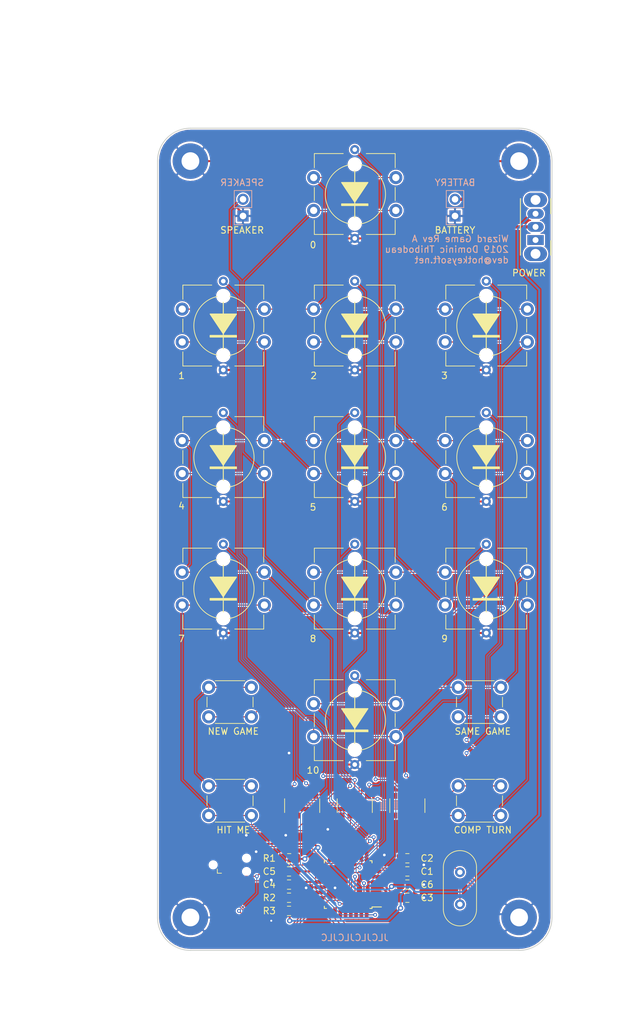
<source format=kicad_pcb>
(kicad_pcb (version 20171130) (host pcbnew "(5.1.4)-1")
  (title_block (title Merlin) (date 2019-10-08) (rev A))
  (layers (0 F.Cu signal) (31 B.Cu signal hide) (34 B.Paste user hide) (35 F.Paste user hide) (36 B.SilkS user hide) (37 F.SilkS user) (38 B.Mask user hide) (39 F.Mask user hide) (44 Edge.Cuts user hide))
  (net 0 "")
  (net 1 "Net-(U1-Pad19)")
  (net 2 "Net-(SW16-Pad1)")
  (net 3 GND)
  (net 4 /LED8)
  (net 5 "Net-(RN3-Pad4)")
  (net 6 /LED9)
  (net 7 /LED10)
  (net 8 /R9)
  (net 9 /R8)
  (net 10 "Net-(RN3-Pad5)")
  (net 11 /R10)
  (net 12 /R2)
  (net 13 MOSI)
  (net 14 /R0)
  (net 15 /R1)
  (net 16 /LED2)
  (net 17 /LED1)
  (net 18 /LED3)
  (net 19 /LED0)
  (net 20 /LED4)
  (net 21 /LED7)
  (net 22 /LED5)
  (net 23 /LED6)
  (net 24 SCK)
  (net 25 MISO)
  (net 26 /R7)
  (net 27 /R6)
  (net 28 ~RESET)
  (net 29 VCC)
  (net 30 /K4)
  (net 31 /K2)
  (net 32 /K1)
  (net 33 /O3)
  (net 34 /O2)
  (net 35 /O1)
  (net 36 /O0)
  (net 37 /K8)
  (net 38 +BATT)
  (net 39 /XTAL2)
  (net 40 /XTAL1)
  (net 41 /BUZZER)
  (net 42 /AREF)
  (net 43 /ADC7)
  (module Resistor_SMD:R_0805_2012Metric_Pad1.15x1.40mm_HandSolder (layer F.Cu) (at 70 159)
    (fp_text reference R3 (at -3 0) (layer F.SilkS))
    (fp_text value 100K)
    (pad 2 smd roundrect (at 1.025 0) (size 1.15 1.4) (layers F.Cu F.Paste F.Mask) (roundrect_rratio 0.217391) (net 43 /ADC7))
    (pad 1 smd roundrect (at -1.025 0) (size 1.15 1.4) (layers F.Cu F.Paste F.Mask) (roundrect_rratio 0.217391) (net 3 GND))
  )
  (module Resistor_SMD:R_0805_2012Metric_Pad1.15x1.40mm_HandSolder (layer F.Cu) (at 70 157 180)
    (fp_text reference R2 (at 3 0) (layer F.SilkS))
    (fp_text value 330K)
    (pad 2 smd roundrect (at 1.025 0 180) (size 1.15 1.4) (layers F.Cu F.Paste F.Mask) (roundrect_rratio 0.217391) (net 29 VCC))
    (pad 1 smd roundrect (at -1.025 0 180) (size 1.15 1.4) (layers F.Cu F.Paste F.Mask) (roundrect_rratio 0.217391) (net 43 /ADC7))
  )
  (module Connector_PinHeader_2.54mm:PinHeader_1x02_P2.54mm_Vertical (layer B.Cu) (at 63 53.34)
    (fp_text reference LS1 hide)
    (fp_text value SPEAKER (at -0.135 -5.08 180) (layer B.SilkS) (effects (justify mirror)))
    (pad 2 thru_hole oval (at 0 -2.54) (size 1.7 1.7) (drill 1) (layers *.Cu *.Mask) (net 41 /BUZZER))
    (pad 1 thru_hole rect (at 0 0) (size 1.7 1.7) (drill 1) (layers *.Cu *.Mask) (net 3 GND))
  )
  (module Capacitor_SMD:C_0805_2012Metric_Pad1.15x1.40mm_HandSolder (layer F.Cu) (at 70 153)
    (fp_text reference C5 (at -3 0) (layer F.SilkS))
    (fp_text value 100nF)
    (pad 2 smd roundrect (at 1.025 0) (size 1.15 1.4) (layers F.Cu F.Paste F.Mask) (roundrect_rratio 0.217391) (net 29 VCC))
    (pad 1 smd roundrect (at -1.025 0) (size 1.15 1.4) (layers F.Cu F.Paste F.Mask) (roundrect_rratio 0.217391) (net 3 GND))
  )
  (module Capacitor_SMD:C_0805_2012Metric_Pad1.15x1.40mm_HandSolder (layer F.Cu) (at 88 157 180)
    (fp_text reference C3 (at -3 0 180) (layer F.SilkS))
    (fp_text value 100nF)
    (pad 2 smd roundrect (at 1.025 0 180) (size 1.15 1.4) (layers F.Cu F.Paste F.Mask) (roundrect_rratio 0.217391) (net 29 VCC))
    (pad 1 smd roundrect (at -1.025 0 180) (size 1.15 1.4) (layers F.Cu F.Paste F.Mask) (roundrect_rratio 0.217391) (net 3 GND))
  )
  (module Capacitor_SMD:C_0805_2012Metric_Pad1.15x1.40mm_HandSolder (layer F.Cu) (at 70 155 180)
    (fp_text reference C4 (at 3 0) (layer F.SilkS))
    (fp_text value 100nF)
    (pad 2 smd roundrect (at 1.025 0 180) (size 1.15 1.4) (layers F.Cu F.Paste F.Mask) (roundrect_rratio 0.217391) (net 3 GND))
    (pad 1 smd roundrect (at -1.025 0 180) (size 1.15 1.4) (layers F.Cu F.Paste F.Mask) (roundrect_rratio 0.217391) (net 42 /AREF))
  )
  (module Capacitor_SMD:C_0805_2012Metric_Pad1.15x1.40mm_HandSolder (layer F.Cu) (at 88 155 180)
    (fp_text reference C6 (at -3 0 180) (layer F.SilkS))
    (fp_text value 100nF)
    (pad 2 smd roundrect (at 1.025 0 180) (size 1.15 1.4) (layers F.Cu F.Paste F.Mask) (roundrect_rratio 0.217391) (net 29 VCC))
    (pad 1 smd roundrect (at -1.025 0 180) (size 1.15 1.4) (layers F.Cu F.Paste F.Mask) (roundrect_rratio 0.217391) (net 3 GND))
  )
  (module Connector_PinHeader_2.54mm:PinHeader_1x02_P2.54mm_Vertical (layer B.Cu) (at 95.25 53.34)
    (fp_text reference J2 hide)
    (fp_text value BATTERY (at 0 -5.08 180) (layer B.SilkS) (effects (justify mirror)))
    (pad 2 thru_hole oval (at 0 -2.54) (size 1.7 1.7) (drill 1) (layers *.Cu *.Mask) (net 38 +BATT))
    (pad 1 thru_hole rect (at 0 0) (size 1.7 1.7) (drill 1) (layers *.Cu *.Mask) (net 3 GND))
  )
  (module MountingHole:MountingHole_2.7mm_Pad (layer F.Cu) (at 105 45)
    (fp_text reference MH2 hide)
    (fp_text value CASE)
    (pad 1 thru_hole circle (at 0 0) (size 5.4 5.4) (drill 2.7) (layers *.Cu *.Mask) (net 3 GND))
  )
  (module MountingHole:MountingHole_2.7mm_Pad (layer F.Cu) (at 55 160)
    (fp_text reference MH3 hide)
    (fp_text value CASE)
    (pad 1 thru_hole circle (at 0 0) (size 5.4 5.4) (drill 2.7) (layers *.Cu *.Mask) (net 3 GND))
  )
  (module MountingHole:MountingHole_2.7mm_Pad (layer F.Cu) (at 105 160)
    (fp_text reference MH4 hide)
    (fp_text value CASE)
    (pad 1 thru_hole circle (at 0 0) (size 5.4 5.4) (drill 2.7) (layers *.Cu *.Mask) (net 3 GND))
  )
  (module MountingHole:MountingHole_2.7mm_Pad (layer F.Cu) (at 55 45)
    (fp_text reference MH1 hide)
    (fp_text value CASE)
    (pad 1 thru_hole circle (at 0 0) (size 5.4 5.4) (drill 2.7) (layers *.Cu *.Mask) (net 3 GND))
  )
  (module Button_Switch_THT:SW_CuK_OS102011MA1QN1_SPDT_Angled (layer F.Cu) (at 107.5 57 90)
    (fp_text reference SW16 hide)
    (fp_text value POWER (at -5 -1 180) (layer F.SilkS))
    (pad "" thru_hole oval (at 6.1 0 90) (size 2.2 3.5) (drill 1.5) (layers *.Cu *.Mask))
    (pad "" thru_hole oval (at -2.1 0 90) (size 2.2 3.5) (drill 1.5) (layers *.Cu *.Mask))
    (pad 3 thru_hole oval (at 4 0 90) (size 1.5 2.5) (drill 0.9) (layers *.Cu *.Mask) (net 29 VCC))
    (pad 2 thru_hole oval (at 2 0 90) (size 1.5 2.5) (drill 0.9) (layers *.Cu *.Mask) (net 38 +BATT))
    (pad 1 thru_hole rect (at 0 0 90) (size 1.5 2.5) (drill 0.9) (layers *.Cu *.Mask) (net 2 "Net-(SW16-Pad1)"))
  )
  (module Resistor_SMD:R_0805_2012Metric_Pad1.15x1.40mm_HandSolder (layer F.Cu) (at 70.025 151)
    (fp_text reference R1 (at -3.025 0) (layer F.SilkS))
    (fp_text value 10K)
    (pad 2 smd roundrect (at 1.025 0) (size 1.15 1.4) (layers F.Cu F.Paste F.Mask) (roundrect_rratio 0.217391) (net 29 VCC))
    (pad 1 smd roundrect (at -1.025 0) (size 1.15 1.4) (layers F.Cu F.Paste F.Mask) (roundrect_rratio 0.217391) (net 28 ~RESET))
  )
  (module Connector:Tag-Connect_TC2030-IDC-NL_2x03_P1.27mm_Vertical (layer F.Cu) (at 61 152)
    (fp_text reference J1 hide)
    (fp_text value AVR-ISP-6)
    (pad 6 connect circle (at 1.27 -0.635) (size 0.7874 0.7874) (layers F.Cu F.Mask) (net 3 GND))
    (pad 5 connect circle (at 1.27 0.635) (size 0.7874 0.7874) (layers F.Cu F.Mask) (net 28 ~RESET))
    (pad 4 connect circle (at 0 -0.635) (size 0.7874 0.7874) (layers F.Cu F.Mask) (net 13 MOSI))
    (pad 3 connect circle (at 0 0.635) (size 0.7874 0.7874) (layers F.Cu F.Mask) (net 24 SCK))
    (pad 2 connect circle (at -1.27 -0.635) (size 0.7874 0.7874) (layers F.Cu F.Mask) (net 29 VCC))
    (pad 1 connect circle (at -1.27 0.635) (size 0.7874 0.7874) (layers F.Cu F.Mask) (net 25 MISO))
    (pad "" np_thru_hole circle (at -2.54 0) (size 0.9906 0.9906) (drill 0.9906) (layers *.Cu *.Mask))
    (pad "" np_thru_hole circle (at 2.54 1.016) (size 0.9906 0.9906) (drill 0.9906) (layers *.Cu *.Mask))
    (pad "" np_thru_hole circle (at 2.54 -1.016) (size 0.9906 0.9906) (drill 0.9906) (layers *.Cu *.Mask))
  )
  (module Resistor_SMD:R_Array_Convex_4x1206 (layer F.Cu) (at 72 143 270)
    (fp_text reference RN2 hide)
    (fp_text value 1K)
    (pad 6 smd rect (at 1.5 0.66 270) (size 0.9 0.9) (layers F.Cu F.Paste F.Mask) (net 27 /R6))
    (pad 5 smd rect (at 1.5 2 270) (size 0.9 0.9) (layers F.Cu F.Paste F.Mask) (net 26 /R7))
    (pad 8 smd rect (at 1.5 -2 270) (size 0.9 0.9) (layers F.Cu F.Paste F.Mask) (net 25 MISO))
    (pad 7 smd rect (at 1.5 -0.66 270) (size 0.9 0.9) (layers F.Cu F.Paste F.Mask) (net 24 SCK))
    (pad 3 smd rect (at -1.5 0.66 270) (size 0.9 0.9) (layers F.Cu F.Paste F.Mask) (net 23 /LED6))
    (pad 2 smd rect (at -1.5 -0.66 270) (size 0.9 0.9) (layers F.Cu F.Paste F.Mask) (net 22 /LED5))
    (pad 4 smd rect (at -1.5 2 270) (size 0.9 0.9) (layers F.Cu F.Paste F.Mask) (net 21 /LED7))
    (pad 1 smd rect (at -1.5 -2 270) (size 0.9 0.9) (layers F.Cu F.Paste F.Mask) (net 20 /LED4))
  )
  (module Resistor_SMD:R_Array_Convex_4x1206 (layer F.Cu) (at 80 143 270)
    (fp_text reference RN1 hide)
    (fp_text value 1K)
    (pad 6 smd rect (at 1.5 0.66 270) (size 0.9 0.9) (layers F.Cu F.Paste F.Mask) (net 12 /R2))
    (pad 5 smd rect (at 1.5 2 270) (size 0.9 0.9) (layers F.Cu F.Paste F.Mask) (net 13 MOSI))
    (pad 8 smd rect (at 1.5 -2 270) (size 0.9 0.9) (layers F.Cu F.Paste F.Mask) (net 14 /R0))
    (pad 7 smd rect (at 1.5 -0.66 270) (size 0.9 0.9) (layers F.Cu F.Paste F.Mask) (net 15 /R1))
    (pad 3 smd rect (at -1.5 0.66 270) (size 0.9 0.9) (layers F.Cu F.Paste F.Mask) (net 16 /LED2))
    (pad 2 smd rect (at -1.5 -0.66 270) (size 0.9 0.9) (layers F.Cu F.Paste F.Mask) (net 17 /LED1))
    (pad 4 smd rect (at -1.5 2 270) (size 0.9 0.9) (layers F.Cu F.Paste F.Mask) (net 18 /LED3))
    (pad 1 smd rect (at -1.5 -2 270) (size 0.9 0.9) (layers F.Cu F.Paste F.Mask) (net 19 /LED0))
  )
  (module Resistor_SMD:R_Array_Convex_4x1206 (layer F.Cu) (at 88 143 270)
    (fp_text reference RN3 hide)
    (fp_text value 1K)
    (pad 6 smd rect (at 1.5 0.66 270) (size 0.9 0.9) (layers F.Cu F.Paste F.Mask) (net 11 /R10))
    (pad 5 smd rect (at 1.5 2 270) (size 0.9 0.9) (layers F.Cu F.Paste F.Mask) (net 10 "Net-(RN3-Pad5)"))
    (pad 8 smd rect (at 1.5 -2 270) (size 0.9 0.9) (layers F.Cu F.Paste F.Mask) (net 9 /R8))
    (pad 7 smd rect (at 1.5 -0.66 270) (size 0.9 0.9) (layers F.Cu F.Paste F.Mask) (net 8 /R9))
    (pad 3 smd rect (at -1.5 0.66 270) (size 0.9 0.9) (layers F.Cu F.Paste F.Mask) (net 7 /LED10))
    (pad 2 smd rect (at -1.5 -0.66 270) (size 0.9 0.9) (layers F.Cu F.Paste F.Mask) (net 6 /LED9))
    (pad 4 smd rect (at -1.5 2 270) (size 0.9 0.9) (layers F.Cu F.Paste F.Mask) (net 5 "Net-(RN3-Pad4)"))
    (pad 1 smd rect (at -1.5 -2 270) (size 0.9 0.9) (layers F.Cu F.Paste F.Mask) (net 4 /LED8))
  )
  (module Capacitor_SMD:C_0805_2012Metric_Pad1.15x1.40mm_HandSolder (layer F.Cu) (at 88 153 180)
    (fp_text reference C1 (at -3 0 180) (layer F.SilkS))
    (fp_text value 18pF)
    (pad 2 smd roundrect (at 1.025 0 180) (size 1.15 1.4) (layers F.Cu F.Paste F.Mask) (roundrect_rratio 0.217391) (net 40 /XTAL1))
    (pad 1 smd roundrect (at -1.025 0 180) (size 1.15 1.4) (layers F.Cu F.Paste F.Mask) (roundrect_rratio 0.217391) (net 3 GND))
  )
  (module Capacitor_SMD:C_0805_2012Metric_Pad1.15x1.40mm_HandSolder (layer F.Cu) (at 88 151 180)
    (fp_text reference C2 (at -3 0 180) (layer F.SilkS))
    (fp_text value 18pF)
    (pad 2 smd roundrect (at 1.025 0 180) (size 1.15 1.4) (layers F.Cu F.Paste F.Mask) (roundrect_rratio 0.217391) (net 39 /XTAL2))
    (pad 1 smd roundrect (at -1.025 0 180) (size 1.15 1.4) (layers F.Cu F.Paste F.Mask) (roundrect_rratio 0.217391) (net 3 GND))
  )
  (module Crystal:Crystal_HC49-4H_Vertical (layer F.Cu) (at 96 158 90)
    (fp_text reference Y1 hide)
    (fp_text value 12MHz)
    (pad 2 thru_hole circle (at 4.88 0 90) (size 1.5 1.5) (drill 0.8) (layers *.Cu *.Mask) (net 39 /XTAL2))
    (pad 1 thru_hole circle (at 0 0 90) (size 1.5 1.5) (drill 0.8) (layers *.Cu *.Mask) (net 40 /XTAL1))
  )
  (module Button_Switch_THT:SW_PUSH_6mm (layer F.Cu) (at 95.725 140)
    (fp_text reference SW15 hide)
    (fp_text value "COMP TURN" (at 3.75 6.7) (layer F.SilkS))
    (pad 1 thru_hole circle (at 6.5 0 90) (size 2 2) (drill 1.1) (layers *.Cu *.Mask) (net 33 /O3))
    (pad 2 thru_hole circle (at 6.5 4.5 90) (size 2 2) (drill 1.1) (layers *.Cu *.Mask) (net 31 /K2))
    (pad 1 thru_hole circle (at 0 0 90) (size 2 2) (drill 1.1) (layers *.Cu *.Mask) (net 33 /O3))
    (pad 2 thru_hole circle (at 0 4.5 90) (size 2 2) (drill 1.1) (layers *.Cu *.Mask) (net 31 /K2))
  )
  (module Button_Switch_THT:SW_PUSH_6mm (layer F.Cu) (at 57.775 140)
    (fp_text reference SW14 hide)
    (fp_text value "HIT ME" (at 3.75 6.7) (layer F.SilkS))
    (pad 1 thru_hole circle (at 6.5 0 90) (size 2 2) (drill 1.1) (layers *.Cu *.Mask) (net 33 /O3))
    (pad 2 thru_hole circle (at 6.5 4.5 90) (size 2 2) (drill 1.1) (layers *.Cu *.Mask) (net 30 /K4))
    (pad 1 thru_hole circle (at 0 0 90) (size 2 2) (drill 1.1) (layers *.Cu *.Mask) (net 33 /O3))
    (pad 2 thru_hole circle (at 0 4.5 90) (size 2 2) (drill 1.1) (layers *.Cu *.Mask) (net 30 /K4))
  )
  (module Button_Switch_THT:SW_PUSH_6mm (layer F.Cu) (at 95.725 125)
    (fp_text reference SW13 hide)
    (fp_text value "SAME GAME" (at 3.75 6.7) (layer F.SilkS))
    (pad 1 thru_hole circle (at 6.5 0 90) (size 2 2) (drill 1.1) (layers *.Cu *.Mask) (net 34 /O2))
    (pad 2 thru_hole circle (at 6.5 4.5 90) (size 2 2) (drill 1.1) (layers *.Cu *.Mask) (net 30 /K4))
    (pad 1 thru_hole circle (at 0 0 90) (size 2 2) (drill 1.1) (layers *.Cu *.Mask) (net 34 /O2))
    (pad 2 thru_hole circle (at 0 4.5 90) (size 2 2) (drill 1.1) (layers *.Cu *.Mask) (net 30 /K4))
  )
  (module Button_Switch_THT:SW_PUSH_6mm (layer F.Cu) (at 57.775 125)
    (fp_text reference SW12 hide)
    (fp_text value "NEW GAME" (at 3.75 6.7) (layer F.SilkS))
    (pad 1 thru_hole circle (at 6.5 0 90) (size 2 2) (drill 1.1) (layers *.Cu *.Mask) (net 33 /O3))
    (pad 2 thru_hole circle (at 6.5 4.5 90) (size 2 2) (drill 1.1) (layers *.Cu *.Mask) (net 37 /K8))
    (pad 1 thru_hole circle (at 0 0 90) (size 2 2) (drill 1.1) (layers *.Cu *.Mask) (net 33 /O3))
    (pad 2 thru_hole circle (at 0 4.5 90) (size 2 2) (drill 1.1) (layers *.Cu *.Mask) (net 37 /K8))
  )
  (module DTLib:SW_PUSH-12mm_LED (layer F.Cu) (at 80 130)
    (fp_text reference SW11 hide)
    (fp_text value 10 (at -6.35 7.62) (layer F.SilkS))
    (pad "" np_thru_hole circle (at 0 4.5) (size 1.8 1.8) (drill 1.8) (layers *.Cu *.Mask))
    (pad "" np_thru_hole circle (at 0 -4.5) (size 1.8 1.8) (drill 1.8) (layers *.Cu *.Mask))
    (pad 3 thru_hole circle (at 0 6.75) (size 1.4 1.4) (drill 0.7) (layers *.Cu *.Mask) (net 3 GND))
    (pad 4 thru_hole circle (at 0 -6.75) (size 1.4 1.4) (drill 0.7) (layers *.Cu *.Mask) (net 7 /LED10))
    (pad 2 thru_hole circle (at -6.25 2.5) (size 2 2) (drill 1.1) (layers *.Cu *.Mask) (net 37 /K8))
    (pad 1 thru_hole circle (at -6.25 -2.5) (size 2 2) (drill 1.1) (layers *.Cu *.Mask) (net 34 /O2))
    (pad 2 thru_hole circle (at 6.25 2.5) (size 2 2) (drill 1.1) (layers *.Cu *.Mask) (net 37 /K8))
    (pad 1 thru_hole circle (at 6.25 -2.5) (size 2 2) (drill 1.1) (layers *.Cu *.Mask) (net 34 /O2))
  )
  (module DTLib:SW_PUSH-12mm_LED (layer F.Cu) (at 100 110)
    (fp_text reference SW10 hide)
    (fp_text value 9 (at -6.35 7.62) (layer F.SilkS))
    (pad "" np_thru_hole circle (at 0 4.5) (size 1.8 1.8) (drill 1.8) (layers *.Cu *.Mask))
    (pad "" np_thru_hole circle (at 0 -4.5) (size 1.8 1.8) (drill 1.8) (layers *.Cu *.Mask))
    (pad 3 thru_hole circle (at 0 6.75) (size 1.4 1.4) (drill 0.7) (layers *.Cu *.Mask) (net 3 GND))
    (pad 4 thru_hole circle (at 0 -6.75) (size 1.4 1.4) (drill 0.7) (layers *.Cu *.Mask) (net 6 /LED9))
    (pad 2 thru_hole circle (at -6.25 2.5) (size 2 2) (drill 1.1) (layers *.Cu *.Mask) (net 31 /K2))
    (pad 1 thru_hole circle (at -6.25 -2.5) (size 2 2) (drill 1.1) (layers *.Cu *.Mask) (net 34 /O2))
    (pad 2 thru_hole circle (at 6.25 2.5) (size 2 2) (drill 1.1) (layers *.Cu *.Mask) (net 31 /K2))
    (pad 1 thru_hole circle (at 6.25 -2.5) (size 2 2) (drill 1.1) (layers *.Cu *.Mask) (net 34 /O2))
  )
  (module DTLib:SW_PUSH-12mm_LED (layer F.Cu) (at 80 110)
    (fp_text reference SW9 hide)
    (fp_text value 8 (at -6.35 7.62) (layer F.SilkS))
    (pad "" np_thru_hole circle (at 0 4.5) (size 1.8 1.8) (drill 1.8) (layers *.Cu *.Mask))
    (pad "" np_thru_hole circle (at 0 -4.5) (size 1.8 1.8) (drill 1.8) (layers *.Cu *.Mask))
    (pad 3 thru_hole circle (at 0 6.75) (size 1.4 1.4) (drill 0.7) (layers *.Cu *.Mask) (net 3 GND))
    (pad 4 thru_hole circle (at 0 -6.75) (size 1.4 1.4) (drill 0.7) (layers *.Cu *.Mask) (net 4 /LED8))
    (pad 2 thru_hole circle (at -6.25 2.5) (size 2 2) (drill 1.1) (layers *.Cu *.Mask) (net 32 /K1))
    (pad 1 thru_hole circle (at -6.25 -2.5) (size 2 2) (drill 1.1) (layers *.Cu *.Mask) (net 34 /O2))
    (pad 2 thru_hole circle (at 6.25 2.5) (size 2 2) (drill 1.1) (layers *.Cu *.Mask) (net 32 /K1))
    (pad 1 thru_hole circle (at 6.25 -2.5) (size 2 2) (drill 1.1) (layers *.Cu *.Mask) (net 34 /O2))
  )
  (module DTLib:SW_PUSH-12mm_LED (layer F.Cu) (at 60 110)
    (fp_text reference SW8 hide)
    (fp_text value 7 (at -6.35 7.62) (layer F.SilkS))
    (pad "" np_thru_hole circle (at 0 4.5) (size 1.8 1.8) (drill 1.8) (layers *.Cu *.Mask))
    (pad "" np_thru_hole circle (at 0 -4.5) (size 1.8 1.8) (drill 1.8) (layers *.Cu *.Mask))
    (pad 3 thru_hole circle (at 0 6.75) (size 1.4 1.4) (drill 0.7) (layers *.Cu *.Mask) (net 3 GND))
    (pad 4 thru_hole circle (at 0 -6.75) (size 1.4 1.4) (drill 0.7) (layers *.Cu *.Mask) (net 21 /LED7))
    (pad 2 thru_hole circle (at -6.25 2.5) (size 2 2) (drill 1.1) (layers *.Cu *.Mask) (net 30 /K4))
    (pad 1 thru_hole circle (at -6.25 -2.5) (size 2 2) (drill 1.1) (layers *.Cu *.Mask) (net 35 /O1))
    (pad 2 thru_hole circle (at 6.25 2.5) (size 2 2) (drill 1.1) (layers *.Cu *.Mask) (net 30 /K4))
    (pad 1 thru_hole circle (at 6.25 -2.5) (size 2 2) (drill 1.1) (layers *.Cu *.Mask) (net 35 /O1))
  )
  (module DTLib:SW_PUSH-12mm_LED (layer F.Cu) (at 100 90)
    (fp_text reference SW7 hide)
    (fp_text value 6 (at -6.35 7.62) (layer F.SilkS))
    (pad "" np_thru_hole circle (at 0 4.5) (size 1.8 1.8) (drill 1.8) (layers *.Cu *.Mask))
    (pad "" np_thru_hole circle (at 0 -4.5) (size 1.8 1.8) (drill 1.8) (layers *.Cu *.Mask))
    (pad 3 thru_hole circle (at 0 6.75) (size 1.4 1.4) (drill 0.7) (layers *.Cu *.Mask) (net 3 GND))
    (pad 4 thru_hole circle (at 0 -6.75) (size 1.4 1.4) (drill 0.7) (layers *.Cu *.Mask) (net 23 /LED6))
    (pad 2 thru_hole circle (at -6.25 2.5) (size 2 2) (drill 1.1) (layers *.Cu *.Mask) (net 37 /K8))
    (pad 1 thru_hole circle (at -6.25 -2.5) (size 2 2) (drill 1.1) (layers *.Cu *.Mask) (net 35 /O1))
    (pad 2 thru_hole circle (at 6.25 2.5) (size 2 2) (drill 1.1) (layers *.Cu *.Mask) (net 37 /K8))
    (pad 1 thru_hole circle (at 6.25 -2.5) (size 2 2) (drill 1.1) (layers *.Cu *.Mask) (net 35 /O1))
  )
  (module DTLib:SW_PUSH-12mm_LED (layer F.Cu) (at 80 90)
    (fp_text reference SW6 hide)
    (fp_text value 5 (at -6.35 7.62) (layer F.SilkS))
    (pad "" np_thru_hole circle (at 0 4.5) (size 1.8 1.8) (drill 1.8) (layers *.Cu *.Mask))
    (pad "" np_thru_hole circle (at 0 -4.5) (size 1.8 1.8) (drill 1.8) (layers *.Cu *.Mask))
    (pad 3 thru_hole circle (at 0 6.75) (size 1.4 1.4) (drill 0.7) (layers *.Cu *.Mask) (net 3 GND))
    (pad 4 thru_hole circle (at 0 -6.75) (size 1.4 1.4) (drill 0.7) (layers *.Cu *.Mask) (net 22 /LED5))
    (pad 2 thru_hole circle (at -6.25 2.5) (size 2 2) (drill 1.1) (layers *.Cu *.Mask) (net 31 /K2))
    (pad 1 thru_hole circle (at -6.25 -2.5) (size 2 2) (drill 1.1) (layers *.Cu *.Mask) (net 35 /O1))
    (pad 2 thru_hole circle (at 6.25 2.5) (size 2 2) (drill 1.1) (layers *.Cu *.Mask) (net 31 /K2))
    (pad 1 thru_hole circle (at 6.25 -2.5) (size 2 2) (drill 1.1) (layers *.Cu *.Mask) (net 35 /O1))
  )
  (module DTLib:SW_PUSH-12mm_LED (layer F.Cu) (at 60 90)
    (fp_text reference SW5 hide)
    (fp_text value 4 (at -6.35 7.43) (layer F.SilkS))
    (pad "" np_thru_hole circle (at 0 4.5) (size 1.8 1.8) (drill 1.8) (layers *.Cu *.Mask))
    (pad "" np_thru_hole circle (at 0 -4.5) (size 1.8 1.8) (drill 1.8) (layers *.Cu *.Mask))
    (pad 3 thru_hole circle (at 0 6.75) (size 1.4 1.4) (drill 0.7) (layers *.Cu *.Mask) (net 3 GND))
    (pad 4 thru_hole circle (at 0 -6.75) (size 1.4 1.4) (drill 0.7) (layers *.Cu *.Mask) (net 20 /LED4))
    (pad 2 thru_hole circle (at -6.25 2.5) (size 2 2) (drill 1.1) (layers *.Cu *.Mask) (net 32 /K1))
    (pad 1 thru_hole circle (at -6.25 -2.5) (size 2 2) (drill 1.1) (layers *.Cu *.Mask) (net 35 /O1))
    (pad 2 thru_hole circle (at 6.25 2.5) (size 2 2) (drill 1.1) (layers *.Cu *.Mask) (net 32 /K1))
    (pad 1 thru_hole circle (at 6.25 -2.5) (size 2 2) (drill 1.1) (layers *.Cu *.Mask) (net 35 /O1))
  )
  (module Package_QFP:TQFP-32_7x7mm_P0.8mm (layer F.Cu) (at 79 155 180)
    (fp_text reference U1 hide)
    (fp_text value ATmega328P-AU)
    (pad 32 smd rect (at -2.8 -4.25 270) (size 1.6 0.55) (layers F.Cu F.Paste F.Mask) (net 30 /K4))
    (pad 31 smd rect (at -2 -4.25 270) (size 1.6 0.55) (layers F.Cu F.Paste F.Mask) (net 31 /K2))
    (pad 30 smd rect (at -1.2 -4.25 270) (size 1.6 0.55) (layers F.Cu F.Paste F.Mask) (net 32 /K1))
    (pad 29 smd rect (at -0.4 -4.25 270) (size 1.6 0.55) (layers F.Cu F.Paste F.Mask) (net 28 ~RESET))
    (pad 28 smd rect (at 0.4 -4.25 270) (size 1.6 0.55) (layers F.Cu F.Paste F.Mask) (net 41 /BUZZER))
    (pad 27 smd rect (at 1.2 -4.25 270) (size 1.6 0.55) (layers F.Cu F.Paste F.Mask) (net 11 /R10))
    (pad 26 smd rect (at 2 -4.25 270) (size 1.6 0.55) (layers F.Cu F.Paste F.Mask) (net 8 /R9))
    (pad 25 smd rect (at 2.8 -4.25 270) (size 1.6 0.55) (layers F.Cu F.Paste F.Mask) (net 9 /R8))
    (pad 24 smd rect (at 4.25 -2.8 180) (size 1.6 0.55) (layers F.Cu F.Paste F.Mask) (net 26 /R7))
    (pad 23 smd rect (at 4.25 -2 180) (size 1.6 0.55) (layers F.Cu F.Paste F.Mask) (net 27 /R6))
    (pad 22 smd rect (at 4.25 -1.2 180) (size 1.6 0.55) (layers F.Cu F.Paste F.Mask) (net 43 /ADC7))
    (pad 21 smd rect (at 4.25 -0.4 180) (size 1.6 0.55) (layers F.Cu F.Paste F.Mask) (net 3 GND))
    (pad 20 smd rect (at 4.25 0.4 180) (size 1.6 0.55) (layers F.Cu F.Paste F.Mask) (net 42 /AREF))
    (pad 19 smd rect (at 4.25 1.2 180) (size 1.6 0.55) (layers F.Cu F.Paste F.Mask) (net 1 "Net-(U1-Pad19)"))
    (pad 18 smd rect (at 4.25 2 180) (size 1.6 0.55) (layers F.Cu F.Paste F.Mask) (net 29 VCC))
    (pad 17 smd rect (at 4.25 2.8 180) (size 1.6 0.55) (layers F.Cu F.Paste F.Mask) (net 24 SCK))
    (pad 16 smd rect (at 2.8 4.25 270) (size 1.6 0.55) (layers F.Cu F.Paste F.Mask) (net 25 MISO))
    (pad 15 smd rect (at 2 4.25 270) (size 1.6 0.55) (layers F.Cu F.Paste F.Mask) (net 13 MOSI))
    (pad 14 smd rect (at 1.2 4.25 270) (size 1.6 0.55) (layers F.Cu F.Paste F.Mask) (net 12 /R2))
    (pad 13 smd rect (at 0.4 4.25 270) (size 1.6 0.55) (layers F.Cu F.Paste F.Mask) (net 15 /R1))
    (pad 12 smd rect (at -0.4 4.25 270) (size 1.6 0.55) (layers F.Cu F.Paste F.Mask) (net 14 /R0))
    (pad 11 smd rect (at -1.2 4.25 270) (size 1.6 0.55) (layers F.Cu F.Paste F.Mask) (net 33 /O3))
    (pad 10 smd rect (at -2 4.25 270) (size 1.6 0.55) (layers F.Cu F.Paste F.Mask) (net 34 /O2))
    (pad 9 smd rect (at -2.8 4.25 270) (size 1.6 0.55) (layers F.Cu F.Paste F.Mask) (net 35 /O1))
    (pad 8 smd rect (at -4.25 2.8 180) (size 1.6 0.55) (layers F.Cu F.Paste F.Mask) (net 39 /XTAL2))
    (pad 7 smd rect (at -4.25 2 180) (size 1.6 0.55) (layers F.Cu F.Paste F.Mask) (net 40 /XTAL1))
    (pad 6 smd rect (at -4.25 1.2 180) (size 1.6 0.55) (layers F.Cu F.Paste F.Mask) (net 29 VCC))
    (pad 5 smd rect (at -4.25 0.4 180) (size 1.6 0.55) (layers F.Cu F.Paste F.Mask) (net 3 GND))
    (pad 4 smd rect (at -4.25 -0.4 180) (size 1.6 0.55) (layers F.Cu F.Paste F.Mask) (net 29 VCC))
    (pad 3 smd rect (at -4.25 -1.2 180) (size 1.6 0.55) (layers F.Cu F.Paste F.Mask) (net 3 GND))
    (pad 2 smd rect (at -4.25 -2 180) (size 1.6 0.55) (layers F.Cu F.Paste F.Mask) (net 36 /O0))
    (pad 1 smd rect (at -4.25 -2.8 180) (size 1.6 0.55) (layers F.Cu F.Paste F.Mask) (net 37 /K8))
  )
  (module DTLib:SW_PUSH-12mm_LED (layer F.Cu) (at 100 70)
    (fp_text reference SW4 hide)
    (fp_text value 3 (at -6.35 7.62) (layer F.SilkS))
    (pad "" np_thru_hole circle (at 0 4.5) (size 1.8 1.8) (drill 1.8) (layers *.Cu *.Mask))
    (pad "" np_thru_hole circle (at 0 -4.5) (size 1.8 1.8) (drill 1.8) (layers *.Cu *.Mask))
    (pad 3 thru_hole circle (at 0 6.75) (size 1.4 1.4) (drill 0.7) (layers *.Cu *.Mask) (net 3 GND))
    (pad 4 thru_hole circle (at 0 -6.75) (size 1.4 1.4) (drill 0.7) (layers *.Cu *.Mask) (net 18 /LED3))
    (pad 2 thru_hole circle (at -6.25 2.5) (size 2 2) (drill 1.1) (layers *.Cu *.Mask) (net 30 /K4))
    (pad 1 thru_hole circle (at -6.25 -2.5) (size 2 2) (drill 1.1) (layers *.Cu *.Mask) (net 36 /O0))
    (pad 2 thru_hole circle (at 6.25 2.5) (size 2 2) (drill 1.1) (layers *.Cu *.Mask) (net 30 /K4))
    (pad 1 thru_hole circle (at 6.25 -2.5) (size 2 2) (drill 1.1) (layers *.Cu *.Mask) (net 36 /O0))
  )
  (module DTLib:SW_PUSH-12mm_LED (layer F.Cu) (at 80 70)
    (fp_text reference SW3 hide)
    (fp_text value 2 (at -6.25 7.625) (layer F.SilkS))
    (pad "" np_thru_hole circle (at 0 4.5) (size 1.8 1.8) (drill 1.8) (layers *.Cu *.Mask))
    (pad "" np_thru_hole circle (at 0 -4.5) (size 1.8 1.8) (drill 1.8) (layers *.Cu *.Mask))
    (pad 3 thru_hole circle (at 0 6.75) (size 1.4 1.4) (drill 0.7) (layers *.Cu *.Mask) (net 3 GND))
    (pad 4 thru_hole circle (at 0 -6.75) (size 1.4 1.4) (drill 0.7) (layers *.Cu *.Mask) (net 16 /LED2))
    (pad 2 thru_hole circle (at -6.25 2.5) (size 2 2) (drill 1.1) (layers *.Cu *.Mask) (net 37 /K8))
    (pad 1 thru_hole circle (at -6.25 -2.5) (size 2 2) (drill 1.1) (layers *.Cu *.Mask) (net 36 /O0))
    (pad 2 thru_hole circle (at 6.25 2.5) (size 2 2) (drill 1.1) (layers *.Cu *.Mask) (net 37 /K8))
    (pad 1 thru_hole circle (at 6.25 -2.5) (size 2 2) (drill 1.1) (layers *.Cu *.Mask) (net 36 /O0))
  )
  (module DTLib:SW_PUSH-12mm_LED (layer F.Cu) (at 60 70)
    (fp_text reference SW2 hide)
    (fp_text value 1 (at -6.35 7.62) (layer F.SilkS))
    (pad "" np_thru_hole circle (at 0 4.5) (size 1.8 1.8) (drill 1.8) (layers *.Cu *.Mask))
    (pad "" np_thru_hole circle (at 0 -4.5) (size 1.8 1.8) (drill 1.8) (layers *.Cu *.Mask))
    (pad 3 thru_hole circle (at 0 6.75) (size 1.4 1.4) (drill 0.7) (layers *.Cu *.Mask) (net 3 GND))
    (pad 4 thru_hole circle (at 0 -6.75) (size 1.4 1.4) (drill 0.7) (layers *.Cu *.Mask) (net 17 /LED1))
    (pad 2 thru_hole circle (at -6.25 2.5) (size 2 2) (drill 1.1) (layers *.Cu *.Mask) (net 31 /K2))
    (pad 1 thru_hole circle (at -6.25 -2.5) (size 2 2) (drill 1.1) (layers *.Cu *.Mask) (net 36 /O0))
    (pad 2 thru_hole circle (at 6.25 2.5) (size 2 2) (drill 1.1) (layers *.Cu *.Mask) (net 31 /K2))
    (pad 1 thru_hole circle (at 6.25 -2.5) (size 2 2) (drill 1.1) (layers *.Cu *.Mask) (net 36 /O0))
  )
  (module DTLib:SW_PUSH-12mm_LED (layer F.Cu) (at 80 50)
    (fp_text reference SW1 hide)
    (fp_text value 0 (at -6.35 7.747) (layer F.SilkS))
    (pad "" np_thru_hole circle (at 0 4.5) (size 1.8 1.8) (drill 1.8) (layers *.Cu *.Mask))
    (pad "" np_thru_hole circle (at 0 -4.5) (size 1.8 1.8) (drill 1.8) (layers *.Cu *.Mask))
    (pad 3 thru_hole circle (at 0 6.75) (size 1.4 1.4) (drill 0.7) (layers *.Cu *.Mask) (net 3 GND))
    (pad 4 thru_hole circle (at 0 -6.75) (size 1.4 1.4) (drill 0.7) (layers *.Cu *.Mask) (net 19 /LED0))
    (pad 2 thru_hole circle (at -6.25 2.5) (size 2 2) (drill 1.1) (layers *.Cu *.Mask) (net 32 /K1))
    (pad 1 thru_hole circle (at -6.25 -2.5) (size 2 2) (drill 1.1) (layers *.Cu *.Mask) (net 36 /O0))
    (pad 2 thru_hole circle (at 6.25 2.5) (size 2 2) (drill 1.1) (layers *.Cu *.Mask) (net 32 /K1))
    (pad 1 thru_hole circle (at 6.25 -2.5) (size 2 2) (drill 1.1) (layers *.Cu *.Mask) (net 36 /O0))
  )
  (gr_text JLCJLCJLCJLC (at 80 163.068) (layer B.SilkS) (effects (font (size 1 1)) (justify mirror)))
  (gr_text "Wizard Game Rev A\n2019 Dominic Thibodeau\ndev@hotkeysoft.net" (at 103.505 58.42) (layer B.SilkS) (effects (font (size 1 1)) (justify left mirror)))
  (gr_text SPEAKER (at 62.865 55.5) (layer F.SilkS) (effects (font (size 1 1))))
  (gr_text BATTERY (at 95.25 55.5) (layer F.SilkS) (effects (font (size 1 1))))
  (gr_arc (start 55 45) (end 55 40) (angle -90) (layer Edge.Cuts) (width 0.15))
  (gr_arc (start 105 45) (end 110 45) (angle -90) (layer Edge.Cuts) (width 0.15))
  (gr_arc (start 105 160) (end 105 165) (angle -90) (layer Edge.Cuts) (width 0.15))
  (gr_arc (start 55 160) (end 50 160) (angle -90) (layer Edge.Cuts) (width 0.15))
  (gr_line (start 50 160) (end 50 45) (layer Edge.Cuts) (width 0.15))
  (gr_line (start 105 165) (end 55 165) (layer Edge.Cuts) (width 0.15))
  (gr_line (start 110 45) (end 110 160) (layer Edge.Cuts) (width 0.15))
  (gr_line (start 55 40) (end 105 40) (layer Edge.Cuts) (width 0.15))
  (segment (start 68.975 153) (end 68.975 155) (width 0.3) (layer F.Cu) (net 3))
  (segment (start 68.04999 158.07499) (end 68.975 159) (width 0.3) (layer F.Cu) (net 3))
  (segment (start 68.04999 155.92501) (end 68.04999 158.07499) (width 0.3) (layer F.Cu) (net 3))
  (segment (start 68.975 155) (end 68.04999 155.92501) (width 0.3) (layer F.Cu) (net 3))
  (segment (start 82.15 156.2) (end 83.25 156.2) (width 0.3) (layer F.Cu) (net 3))
  (segment (start 82.099999 156.149999) (end 82.15 156.2) (width 0.3) (layer F.Cu) (net 3))
  (segment (start 82.099999 154.650001) (end 82.099999 156.149999) (width 0.3) (layer F.Cu) (net 3))
  (segment (start 82.15 154.6) (end 82.099999 154.650001) (width 0.3) (layer F.Cu) (net 3))
  (segment (start 83.25 154.6) (end 82.15 154.6) (width 0.3) (layer F.Cu) (net 3))
  (segment (start 89.025 157) (end 89.025 155) (width 0.3) (layer F.Cu) (net 3))
  (segment (start 89.025 155) (end 89.025 153) (width 0.3) (layer F.Cu) (net 3))
  (segment (start 102.300001 162.699999) (end 105 160) (width 0.3) (layer F.Cu) (net 3))
  (segment (start 57.699999 162.699999) (end 102.300001 162.699999) (width 0.3) (layer F.Cu) (net 3))
  (segment (start 55 160) (end 57.699999 162.699999) (width 0.3) (layer F.Cu) (net 3))
  (segment (start 89.025 157) (end 91.525 159.5) (width 0.3) (layer F.Cu) (net 3))
  (segment (start 91.525 159.5) (end 91.8 159.5) (width 0.3) (layer F.Cu) (net 3))
  (segment (start 104.5 159.5) (end 105 160) (width 0.3) (layer B.Cu) (net 3))
  (segment (start 91.8 159.5) (end 104.5 159.5) (width 0.3) (layer B.Cu) (net 3))
  (via (at 72.6 155.5) (size 0.8) (drill 0.4) (layers F.Cu B.Cu) (net 3))
  (segment (start 74.75 155.4) (end 72.7 155.4) (width 0.3) (layer F.Cu) (net 3))
  (segment (start 72.7 155.4) (end 72.6 155.5) (width 0.3) (layer F.Cu) (net 3))
  (segment (start 63.9 160) (end 55 160) (width 0.3) (layer B.Cu) (net 3))
  (segment (start 102.199999 42.199999) (end 105 45) (width 0.3) (layer F.Cu) (net 3))
  (segment (start 61.618377 42.199999) (end 102.199999 42.199999) (width 0.3) (layer F.Cu) (net 3))
  (segment (start 58.818376 45) (end 61.618377 42.199999) (width 0.3) (layer F.Cu) (net 3))
  (segment (start 55 45) (end 58.818376 45) (width 0.3) (layer F.Cu) (net 3))
  (segment (start 63 53) (end 63 53.34) (width 0.3) (layer F.Cu) (net 3))
  (segment (start 55 45) (end 63 53) (width 0.3) (layer F.Cu) (net 3))
  (segment (start 65.26 56.75) (end 80 56.75) (width 0.3) (layer F.Cu) (net 3))
  (segment (start 63 54.49) (end 65.26 56.75) (width 0.3) (layer F.Cu) (net 3))
  (segment (start 63 53.34) (end 63 54.49) (width 0.3) (layer F.Cu) (net 3))
  (segment (start 95.25 54.49) (end 95.25 53.34) (width 0.3) (layer F.Cu) (net 3))
  (segment (start 92.99 56.75) (end 95.25 54.49) (width 0.3) (layer F.Cu) (net 3))
  (segment (start 80 56.75) (end 92.99 56.75) (width 0.3) (layer F.Cu) (net 3))
  (segment (start 94.1 53.34) (end 93.9 53.14) (width 0.3) (layer F.Cu) (net 3))
  (segment (start 95.25 53.34) (end 94.1 53.34) (width 0.3) (layer F.Cu) (net 3))
  (segment (start 99.273998 45) (end 105 45) (width 0.3) (layer F.Cu) (net 3))
  (segment (start 93.9 50.373998) (end 99.273998 45) (width 0.3) (layer F.Cu) (net 3))
  (segment (start 93.9 53.14) (end 93.9 50.373998) (width 0.3) (layer F.Cu) (net 3))
  (segment (start 60 76.75) (end 80 76.75) (width 0.3) (layer F.Cu) (net 3))
  (segment (start 80 76.75) (end 100 76.75) (width 0.3) (layer F.Cu) (net 3))
  (segment (start 60 96.75) (end 80 96.75) (width 0.3) (layer F.Cu) (net 3))
  (segment (start 80 96.75) (end 100 96.75) (width 0.3) (layer F.Cu) (net 3))
  (segment (start 60 116.75) (end 80 116.75) (width 0.3) (layer F.Cu) (net 3))
  (segment (start 80 116.75) (end 100 116.75) (width 0.3) (layer F.Cu) (net 3))
  (segment (start 58.749999 98.000001) (end 60 96.75) (width 0.3) (layer B.Cu) (net 3))
  (segment (start 58.749999 115.100001) (end 58.749999 98.000001) (width 0.3) (layer B.Cu) (net 3))
  (segment (start 60 116.350002) (end 58.749999 115.100001) (width 0.3) (layer B.Cu) (net 3))
  (segment (start 60 116.75) (end 60 116.350002) (width 0.3) (layer B.Cu) (net 3))
  (segment (start 58.749999 78.000001) (end 60 76.75) (width 0.3) (layer B.Cu) (net 3))
  (segment (start 58.749999 95.499999) (end 58.749999 78.000001) (width 0.3) (layer B.Cu) (net 3))
  (segment (start 60 96.75) (end 58.749999 95.499999) (width 0.3) (layer B.Cu) (net 3))
  (segment (start 78.749999 58.000001) (end 80 56.75) (width 0.3) (layer B.Cu) (net 3))
  (segment (start 78.749999 76.489948) (end 78.749999 58.000001) (width 0.3) (layer B.Cu) (net 3))
  (segment (start 79.010051 76.75) (end 78.749999 76.489948) (width 0.3) (layer B.Cu) (net 3))
  (segment (start 80 76.75) (end 79.010051 76.75) (width 0.3) (layer B.Cu) (net 3))
  (segment (start 60 129.818376) (end 60 116.75) (width 0.3) (layer B.Cu) (net 3))
  (segment (start 65.181624 135) (end 60 129.818376) (width 0.3) (layer B.Cu) (net 3))
  (segment (start 69 135) (end 65.181624 135) (width 0.3) (layer B.Cu) (net 3))
  (segment (start 89.025 151) (end 89.025 153) (width 0.3) (layer F.Cu) (net 3))
  (via (at 67.299966 160.5) (size 0.6) (drill 0.3) (layers F.Cu B.Cu) (net 3))
  (segment (start 72.6 155.5) (end 67.6 160.5) (width 0.3) (layer B.Cu) (net 3))
  (segment (start 67.6 160.5) (end 67.299966 160.5) (width 0.3) (layer B.Cu) (net 3))
  (segment (start 67.475 160.5) (end 67.299966 160.5) (width 0.3) (layer F.Cu) (net 3))
  (segment (start 68.975 159) (end 67.475 160.5) (width 0.3) (layer F.Cu) (net 3))
  (segment (start 66.875702 160.5) (end 67.299966 160.5) (width 0.3) (layer B.Cu) (net 3))
  (segment (start 63.9 160) (end 66.375702 160) (width 0.3) (layer B.Cu) (net 3))
  (segment (start 66.375702 160) (end 66.875702 160.5) (width 0.3) (layer B.Cu) (net 3))
  (via (at 64.999984 150) (size 0.8) (drill 0.4) (layers F.Cu B.Cu) (net 3))
  (segment (start 63.078225 150) (end 64.999984 150) (width 0.3) (layer F.Cu) (net 3))
  (segment (start 62.9 147.900016) (end 64.999984 150) (width 0.3) (layer B.Cu) (net 3))
  (segment (start 65.181624 135) (end 62.9 137.281624) (width 0.3) (layer B.Cu) (net 3))
  (segment (start 62.9 137.281624) (end 62.9 147.900016) (width 0.3) (layer B.Cu) (net 3))
  (segment (start 62.27 151.365) (end 62.27 150.808225) (width 0.3) (layer F.Cu) (net 3))
  (segment (start 62.27 150.808225) (end 63.078225 150) (width 0.3) (layer F.Cu) (net 3))
  (segment (start 65.75 150.750016) (end 64.999984 150) (width 0.3) (layer B.Cu) (net 3))
  (segment (start 65.75 158.15) (end 65.75 150.750016) (width 0.3) (layer B.Cu) (net 3))
  (segment (start 63.9 160) (end 65.75 158.15) (width 0.3) (layer B.Cu) (net 3))
  (via (at 69.5 147.5) (size 0.8) (drill 0.4) (layers F.Cu B.Cu) (net 3))
  (via (at 63.5 147.5) (size 0.8) (drill 0.4) (layers F.Cu B.Cu) (net 3))
  (via (at 75.9 146.6) (size 0.8) (drill 0.4) (layers F.Cu B.Cu) (net 3))
  (via (at 67.3 154.3) (size 0.8) (drill 0.4) (layers F.Cu B.Cu) (net 3))
  (via (at 90.5 157) (size 0.8) (drill 0.4) (layers F.Cu B.Cu) (net 3))
  (via (at 90.5 155) (size 0.8) (drill 0.4) (layers F.Cu B.Cu) (net 3))
  (via (at 90.5 152) (size 0.8) (drill 0.4) (layers F.Cu B.Cu) (net 3))
  (via (at 84.5 150.5) (size 0.8) (drill 0.4) (layers F.Cu B.Cu) (net 3))
  (via (at 77 155.5) (size 0.8) (drill 0.4) (layers F.Cu B.Cu) (net 3))
  (segment (start 85.492889 158.567891) (end 86.874999 159.950001) (width 0.3) (layer F.Cu) (net 3))
  (segment (start 89.025 157.8) (end 89.025 157) (width 0.3) (layer F.Cu) (net 3))
  (segment (start 86.874999 159.950001) (end 89.025 157.8) (width 0.3) (layer F.Cu) (net 3))
  (segment (start 84.192878 156.2) (end 85.492889 157.500011) (width 0.3) (layer F.Cu) (net 3))
  (segment (start 83.25 156.2) (end 84.192878 156.2) (width 0.3) (layer F.Cu) (net 3))
  (segment (start 85.492889 157.500011) (end 85.492889 158.567891) (width 0.3) (layer F.Cu) (net 3))
  (via (at 70 135) (size 0.8) (drill 0.4) (layers F.Cu B.Cu) (net 3))
  (segment (start 80 136.75) (end 71.75 136.75) (width 0.3) (layer F.Cu) (net 3))
  (segment (start 71.75 136.75) (end 70 135) (width 0.3) (layer F.Cu) (net 3))
  (segment (start 70 135) (end 69 135) (width 0.3) (layer B.Cu) (net 3))
  (via (at 83.474968 141.974957) (size 0.6) (drill 0.3) (layers F.Cu B.Cu) (net 4))
  (segment (start 83.899232 141.974957) (end 83.474968 141.974957) (width 0.15) (layer F.Cu) (net 4))
  (segment (start 84.224275 142.3) (end 83.899232 141.974957) (width 0.15) (layer F.Cu) (net 4))
  (segment (start 89.8 142.3) (end 84.224275 142.3) (width 0.15) (layer F.Cu) (net 4))
  (segment (start 90 142.1) (end 89.8 142.3) (width 0.15) (layer F.Cu) (net 4))
  (segment (start 90 141.5) (end 90 142.1) (width 0.15) (layer F.Cu) (net 4))
  (segment (start 77.899989 105.350011) (end 77.899989 137.775711) (width 0.15) (layer B.Cu) (net 4))
  (segment (start 82.097955 141.974957) (end 83.050704 141.974957) (width 0.15) (layer B.Cu) (net 4))
  (segment (start 83.050704 141.974957) (end 83.474968 141.974957) (width 0.15) (layer B.Cu) (net 4))
  (segment (start 79.600013 139.477015) (end 82.097955 141.974957) (width 0.15) (layer B.Cu) (net 4))
  (segment (start 77.899989 137.775711) (end 79.600013 139.475734) (width 0.15) (layer B.Cu) (net 4))
  (segment (start 80 103.25) (end 77.899989 105.350011) (width 0.15) (layer B.Cu) (net 4))
  (segment (start 79.600013 139.475734) (end 79.600013 139.477015) (width 0.15) (layer B.Cu) (net 4))
  (via (at 87.799998 138.4) (size 0.6) (drill 0.3) (layers F.Cu B.Cu) (net 6))
  (segment (start 88.66 139.260002) (end 87.799998 138.4) (width 0.15) (layer F.Cu) (net 6))
  (segment (start 88.66 141.5) (end 88.66 139.260002) (width 0.15) (layer F.Cu) (net 6))
  (segment (start 97.2 106.05) (end 100 103.25) (width 0.15) (layer B.Cu) (net 6))
  (segment (start 87.7 138.300002) (end 87.7 132.8) (width 0.15) (layer B.Cu) (net 6))
  (segment (start 87.799998 138.4) (end 87.7 138.300002) (width 0.15) (layer B.Cu) (net 6))
  (segment (start 93.4 127.1) (end 96 127.1) (width 0.15) (layer B.Cu) (net 6))
  (segment (start 96 127.1) (end 97.2 125.9) (width 0.15) (layer B.Cu) (net 6))
  (segment (start 87.7 132.8) (end 93.4 127.1) (width 0.15) (layer B.Cu) (net 6))
  (segment (start 97.2 125.9) (end 97.2 106.05) (width 0.15) (layer B.Cu) (net 6))
  (via (at 83.174957 139.000002) (size 0.6) (drill 0.3) (layers F.Cu B.Cu) (net 7))
  (segment (start 87.34 141.5) (end 87.34 140.9) (width 0.15) (layer F.Cu) (net 7))
  (segment (start 85.440002 139.000002) (end 83.174957 139.000002) (width 0.15) (layer F.Cu) (net 7))
  (segment (start 87.34 140.9) (end 85.440002 139.000002) (width 0.15) (layer F.Cu) (net 7))
  (segment (start 83.174957 126.424957) (end 83.174957 139.000002) (width 0.15) (layer B.Cu) (net 7))
  (segment (start 80 123.25) (end 83.174957 126.424957) (width 0.15) (layer B.Cu) (net 7))
  (segment (start 88.66 145.1) (end 88.66 144.5) (width 0.15) (layer F.Cu) (net 8))
  (segment (start 88.959989 145.399989) (end 88.66 145.1) (width 0.15) (layer F.Cu) (net 8))
  (segment (start 77 159.25) (end 77 160.2) (width 0.15) (layer F.Cu) (net 8))
  (segment (start 78.100011 161.300011) (end 95.624268 161.300011) (width 0.15) (layer F.Cu) (net 8))
  (segment (start 97.700011 159.224268) (end 97.700011 151.875732) (width 0.15) (layer F.Cu) (net 8))
  (segment (start 95.624268 161.300011) (end 97.700011 159.224268) (width 0.15) (layer F.Cu) (net 8))
  (segment (start 91.224268 145.399989) (end 88.959989 145.399989) (width 0.15) (layer F.Cu) (net 8))
  (segment (start 97.700011 151.875732) (end 91.224268 145.399989) (width 0.15) (layer F.Cu) (net 8))
  (segment (start 77 160.2) (end 78.100011 161.300011) (width 0.15) (layer F.Cu) (net 8))
  (segment (start 77.600022 161.600022) (end 95.748536 161.600022) (width 0.15) (layer F.Cu) (net 9))
  (segment (start 98.000022 151.751464) (end 90.748558 144.5) (width 0.15) (layer F.Cu) (net 9))
  (segment (start 95.748536 161.600022) (end 98.000022 159.348536) (width 0.15) (layer F.Cu) (net 9))
  (segment (start 90.748558 144.5) (end 90 144.5) (width 0.15) (layer F.Cu) (net 9))
  (segment (start 76.2 159.25) (end 76.2 160.2) (width 0.15) (layer F.Cu) (net 9))
  (segment (start 98.000022 159.348536) (end 98.000022 151.751464) (width 0.15) (layer F.Cu) (net 9))
  (segment (start 76.2 160.2) (end 77.600022 161.600022) (width 0.15) (layer F.Cu) (net 9))
  (segment (start 87.34 144.84) (end 87.34 144.5) (width 0.15) (layer F.Cu) (net 11))
  (segment (start 88.2 145.7) (end 87.34 144.84) (width 0.15) (layer F.Cu) (net 11))
  (segment (start 91.1 145.7) (end 88.2 145.7) (width 0.15) (layer F.Cu) (net 11))
  (segment (start 97.4 159.1) (end 97.4 152) (width 0.15) (layer F.Cu) (net 11))
  (segment (start 78.6 161) (end 95.5 161) (width 0.15) (layer F.Cu) (net 11))
  (segment (start 77.8 160.2) (end 78.6 161) (width 0.15) (layer F.Cu) (net 11))
  (segment (start 77.8 159.25) (end 77.8 160.2) (width 0.15) (layer F.Cu) (net 11))
  (segment (start 97.4 152) (end 91.1 145.7) (width 0.15) (layer F.Cu) (net 11))
  (segment (start 95.5 161) (end 97.4 159.1) (width 0.15) (layer F.Cu) (net 11))
  (segment (start 77.8 149.451444) (end 78.799978 148.451466) (width 0.15) (layer F.Cu) (net 12))
  (segment (start 77.8 150.75) (end 77.8 149.451444) (width 0.15) (layer F.Cu) (net 12))
  (segment (start 78.799978 148.451466) (end 78.799978 146.400022) (width 0.15) (layer F.Cu) (net 12))
  (segment (start 78.799978 146.400022) (end 79.34 145.86) (width 0.15) (layer F.Cu) (net 12))
  (segment (start 79.34 145.86) (end 79.34 144.5) (width 0.15) (layer F.Cu) (net 12))
  (segment (start 77 151.7) (end 77 150.75) (width 0.15) (layer F.Cu) (net 13))
  (segment (start 61 150.2) (end 61.974989 149.225011) (width 0.15) (layer F.Cu) (net 13))
  (segment (start 61 151.365) (end 61 150.2) (width 0.15) (layer F.Cu) (net 13))
  (segment (start 61.974989 149.225011) (end 73.195009 149.225011) (width 0.15) (layer F.Cu) (net 13))
  (segment (start 73.195009 149.225011) (end 75.744999 151.775001) (width 0.15) (layer F.Cu) (net 13))
  (segment (start 75.744999 151.775001) (end 76.924999 151.775001) (width 0.15) (layer F.Cu) (net 13))
  (segment (start 76.924999 151.775001) (end 77 151.7) (width 0.15) (layer F.Cu) (net 13))
  (segment (start 77 149.7) (end 77 150.75) (width 0.15) (layer F.Cu) (net 13))
  (segment (start 78.4 148.3) (end 77 149.7) (width 0.15) (layer F.Cu) (net 13))
  (segment (start 78 144.5) (end 78.4 144.9) (width 0.15) (layer F.Cu) (net 13))
  (segment (start 78.4 144.9) (end 78.4 148.3) (width 0.15) (layer F.Cu) (net 13))
  (segment (start 82 144.5) (end 79.4 147.1) (width 0.15) (layer F.Cu) (net 14))
  (segment (start 79.4 147.1) (end 79.4 150.75) (width 0.15) (layer F.Cu) (net 14))
  (segment (start 78.6 149.075722) (end 79.099989 148.575733) (width 0.15) (layer F.Cu) (net 15))
  (segment (start 78.6 150.75) (end 78.6 149.075722) (width 0.15) (layer F.Cu) (net 15))
  (segment (start 79.099989 148.575733) (end 79.099989 146.660011) (width 0.15) (layer F.Cu) (net 15))
  (segment (start 79.099989 146.660011) (end 80.66 145.1) (width 0.15) (layer F.Cu) (net 15))
  (segment (start 80.66 145.1) (end 80.66 144.5) (width 0.15) (layer F.Cu) (net 15))
  (via (at 80 139.1) (size 0.6) (drill 0.3) (layers F.Cu B.Cu) (net 16))
  (segment (start 79.34 140.9) (end 80 140.24) (width 0.15) (layer F.Cu) (net 16))
  (segment (start 80 140.24) (end 80 139.1) (width 0.15) (layer F.Cu) (net 16))
  (segment (start 79.34 141.5) (end 79.34 140.9) (width 0.15) (layer F.Cu) (net 16))
  (segment (start 79.7 139.1) (end 80 139.1) (width 0.15) (layer B.Cu) (net 16))
  (segment (start 78.2 137.6) (end 79.7 139.1) (width 0.15) (layer B.Cu) (net 16))
  (segment (start 78.2 122.8) (end 78.2 137.6) (width 0.15) (layer B.Cu) (net 16))
  (segment (start 81.6 119.4) (end 78.2 122.8) (width 0.15) (layer B.Cu) (net 16))
  (segment (start 80 63.25) (end 81.6 64.85) (width 0.15) (layer B.Cu) (net 16))
  (segment (start 81.6 64.85) (end 81.6 119.4) (width 0.15) (layer B.Cu) (net 16))
  (via (at 75.2 138.5) (size 0.6) (drill 0.3) (layers F.Cu B.Cu) (net 17))
  (segment (start 80.177004 138.5) (end 75.2 138.5) (width 0.15) (layer F.Cu) (net 17))
  (segment (start 80.66 138.982996) (end 80.177004 138.5) (width 0.15) (layer F.Cu) (net 17))
  (segment (start 80.66 141.5) (end 80.66 138.982996) (width 0.15) (layer F.Cu) (net 17))
  (segment (start 63.100022 105.501464) (end 63.100022 120.651465) (width 0.15) (layer B.Cu) (net 17))
  (segment (start 63.100022 120.651465) (end 72.248556 129.8) (width 0.15) (layer B.Cu) (net 17))
  (segment (start 62.399978 65.649978) (end 62.399978 104.80142) (width 0.15) (layer B.Cu) (net 17))
  (segment (start 72.248556 129.8) (end 73.53786 129.8) (width 0.15) (layer B.Cu) (net 17))
  (segment (start 73.53786 129.8) (end 75.5 131.76214) (width 0.15) (layer B.Cu) (net 17))
  (segment (start 75.5 137.775736) (end 75.2 138.075736) (width 0.15) (layer B.Cu) (net 17))
  (segment (start 75.5 131.76214) (end 75.5 137.775736) (width 0.15) (layer B.Cu) (net 17))
  (segment (start 62.399978 104.80142) (end 63.100022 105.501464) (width 0.15) (layer B.Cu) (net 17))
  (segment (start 60 63.25) (end 62.399978 65.649978) (width 0.15) (layer B.Cu) (net 17))
  (segment (start 75.2 138.075736) (end 75.2 138.5) (width 0.15) (layer B.Cu) (net 17))
  (via (at 97 135) (size 0.6) (drill 0.3) (layers F.Cu B.Cu) (net 18))
  (segment (start 78 141.5) (end 78 142.1) (width 0.15) (layer F.Cu) (net 18))
  (segment (start 78.199978 142.299978) (end 83.048536 142.299978) (width 0.15) (layer F.Cu) (net 18))
  (segment (start 97 135.805002) (end 97 135.424264) (width 0.15) (layer F.Cu) (net 18))
  (segment (start 90.204991 142.600011) (end 97 135.805002) (width 0.15) (layer F.Cu) (net 18))
  (segment (start 83.048536 142.299978) (end 83.348569 142.600011) (width 0.15) (layer F.Cu) (net 18))
  (segment (start 97 135.424264) (end 97 135) (width 0.15) (layer F.Cu) (net 18))
  (segment (start 83.348569 142.600011) (end 90.204991 142.600011) (width 0.15) (layer F.Cu) (net 18))
  (segment (start 78 142.1) (end 78.199978 142.299978) (width 0.15) (layer F.Cu) (net 18))
  (segment (start 100.25 63.25) (end 100 63.25) (width 0.15) (layer B.Cu) (net 18))
  (segment (start 102 65) (end 100.25 63.25) (width 0.15) (layer B.Cu) (net 18))
  (segment (start 102 118.299999) (end 102 65) (width 0.15) (layer B.Cu) (net 18))
  (segment (start 100.099989 120.20001) (end 102 118.299999) (width 0.15) (layer B.Cu) (net 18))
  (segment (start 97 135) (end 100.099989 131.900011) (width 0.15) (layer B.Cu) (net 18))
  (segment (start 100.099989 131.900011) (end 100.099989 120.20001) (width 0.15) (layer B.Cu) (net 18))
  (via (at 82.2 139.8) (size 0.6) (drill 0.3) (layers F.Cu B.Cu) (net 19))
  (segment (start 82.2 141.3) (end 82 141.5) (width 0.15) (layer F.Cu) (net 19))
  (segment (start 82.2 139.8) (end 82.2 141.3) (width 0.15) (layer F.Cu) (net 19))
  (segment (start 80 43.25) (end 83.899967 47.149967) (width 0.15) (layer B.Cu) (net 19))
  (segment (start 83.577004 139.8) (end 82.2 139.8) (width 0.15) (layer B.Cu) (net 19))
  (segment (start 83.899967 139.477037) (end 83.577004 139.8) (width 0.15) (layer B.Cu) (net 19))
  (segment (start 83.899967 47.149967) (end 83.899967 139.477037) (width 0.15) (layer B.Cu) (net 19))
  (via (at 72.600001 139.6) (size 0.6) (drill 0.3) (layers F.Cu B.Cu) (net 20))
  (segment (start 74 140.9) (end 72.7 139.6) (width 0.15) (layer F.Cu) (net 20))
  (segment (start 74 141.5) (end 74 140.9) (width 0.15) (layer F.Cu) (net 20))
  (segment (start 72.7 139.6) (end 72.600001 139.6) (width 0.15) (layer F.Cu) (net 20))
  (segment (start 71.2 138.199999) (end 72.600001 139.6) (width 0.15) (layer B.Cu) (net 20))
  (segment (start 71.2 129.175722) (end 71.2 138.199999) (width 0.15) (layer B.Cu) (net 20))
  (segment (start 62.800011 105.625732) (end 62.800011 120.775733) (width 0.15) (layer B.Cu) (net 20))
  (segment (start 62.099967 104.925688) (end 62.800011 105.625732) (width 0.15) (layer B.Cu) (net 20))
  (segment (start 62.099967 85.349967) (end 62.099967 104.925688) (width 0.15) (layer B.Cu) (net 20))
  (segment (start 62.800011 120.775733) (end 71.2 129.175722) (width 0.15) (layer B.Cu) (net 20))
  (segment (start 60 83.25) (end 62.099967 85.349967) (width 0.15) (layer B.Cu) (net 20))
  (segment (start 70.549988 139.999999) (end 70.849987 139.7) (width 0.15) (layer F.Cu) (net 21))
  (segment (start 70 141.5) (end 70 140.549987) (width 0.15) (layer F.Cu) (net 21))
  (segment (start 70 140.549987) (end 70.549988 139.999999) (width 0.15) (layer F.Cu) (net 21))
  (via (at 70.849987 139.7) (size 0.6) (drill 0.3) (layers F.Cu B.Cu) (net 21))
  (segment (start 70.849987 129.249988) (end 70.849987 139.275736) (width 0.15) (layer B.Cu) (net 21))
  (segment (start 70.849987 139.275736) (end 70.849987 139.7) (width 0.15) (layer B.Cu) (net 21))
  (segment (start 60 103.25) (end 62.5 105.75) (width 0.15) (layer B.Cu) (net 21))
  (segment (start 62.5 105.75) (end 62.5 120.900001) (width 0.15) (layer B.Cu) (net 21))
  (segment (start 62.5 120.900001) (end 70.849987 129.249988) (width 0.15) (layer B.Cu) (net 21))
  (via (at 79.300002 140) (size 0.6) (drill 0.3) (layers F.Cu B.Cu) (net 22))
  (segment (start 78.700002 140.6) (end 79.300002 140) (width 0.15) (layer F.Cu) (net 22))
  (segment (start 77.275736 140.6) (end 78.700002 140.6) (width 0.15) (layer F.Cu) (net 22))
  (segment (start 75.700735 142.175001) (end 77.275736 140.6) (width 0.15) (layer F.Cu) (net 22))
  (segment (start 72.735001 142.175001) (end 75.700735 142.175001) (width 0.15) (layer F.Cu) (net 22))
  (segment (start 72.66 141.5) (end 72.66 142.1) (width 0.15) (layer F.Cu) (net 22))
  (segment (start 72.66 142.1) (end 72.735001 142.175001) (width 0.15) (layer F.Cu) (net 22))
  (segment (start 79.45 83.25) (end 80 83.25) (width 0.15) (layer B.Cu) (net 22))
  (segment (start 79.300002 139.600002) (end 77.599978 137.899978) (width 0.15) (layer B.Cu) (net 22))
  (segment (start 79.300002 140) (end 79.300002 139.600002) (width 0.15) (layer B.Cu) (net 22))
  (segment (start 77.599978 137.899978) (end 77.599978 85.100022) (width 0.15) (layer B.Cu) (net 22))
  (segment (start 77.599978 85.100022) (end 79.45 83.25) (width 0.15) (layer B.Cu) (net 22))
  (via (at 96.999999 133.000001) (size 0.6) (drill 0.3) (layers F.Cu B.Cu) (net 23))
  (segment (start 98.5 134.500002) (end 97.299998 133.3) (width 0.15) (layer F.Cu) (net 23))
  (segment (start 90.502479 142.900022) (end 98.5 134.902501) (width 0.15) (layer F.Cu) (net 23))
  (segment (start 98.5 134.902501) (end 98.5 134.500002) (width 0.15) (layer F.Cu) (net 23))
  (segment (start 83.224301 142.900022) (end 90.502479 142.900022) (width 0.15) (layer F.Cu) (net 23))
  (segment (start 82.924268 142.599989) (end 83.224301 142.900022) (width 0.15) (layer F.Cu) (net 23))
  (segment (start 71.839989 142.599989) (end 82.924268 142.599989) (width 0.15) (layer F.Cu) (net 23))
  (segment (start 97.299998 133.3) (end 96.999999 133.000001) (width 0.15) (layer F.Cu) (net 23))
  (segment (start 71.34 142.1) (end 71.839989 142.599989) (width 0.15) (layer F.Cu) (net 23))
  (segment (start 71.34 141.5) (end 71.34 142.1) (width 0.15) (layer F.Cu) (net 23))
  (segment (start 97.299998 132.700002) (end 96.999999 133.000001) (width 0.15) (layer B.Cu) (net 23))
  (segment (start 100 83.25) (end 100.275 83.25) (width 0.15) (layer B.Cu) (net 23))
  (segment (start 101.699978 84.674978) (end 101.699978 109.351464) (width 0.15) (layer B.Cu) (net 23))
  (segment (start 101.699978 109.351464) (end 97.500011 113.551431) (width 0.15) (layer B.Cu) (net 23))
  (segment (start 100.275 83.25) (end 101.699978 84.674978) (width 0.15) (layer B.Cu) (net 23))
  (segment (start 97.500011 113.551431) (end 97.500011 132.499989) (width 0.15) (layer B.Cu) (net 23))
  (segment (start 97.500011 132.499989) (end 97.299998 132.700002) (width 0.15) (layer B.Cu) (net 23))
  (segment (start 57.299989 150.375732) (end 57.299989 152.624266) (width 0.15) (layer F.Cu) (net 24))
  (segment (start 60.306291 153.328709) (end 61 152.635) (width 0.15) (layer F.Cu) (net 24))
  (segment (start 72.66 144.5) (end 72.66 145.1) (width 0.15) (layer F.Cu) (net 24))
  (segment (start 57.299989 152.624266) (end 58.004433 153.328709) (width 0.15) (layer F.Cu) (net 24))
  (segment (start 72.66 145.1) (end 71.260011 146.499989) (width 0.15) (layer F.Cu) (net 24))
  (segment (start 71.260011 146.499989) (end 61.175732 146.499989) (width 0.15) (layer F.Cu) (net 24))
  (segment (start 61.175732 146.499989) (end 57.299989 150.375732) (width 0.15) (layer F.Cu) (net 24))
  (segment (start 58.004433 153.328709) (end 60.306291 153.328709) (width 0.15) (layer F.Cu) (net 24))
  (segment (start 62.790001 154.425001) (end 61 152.635) (width 0.15) (layer F.Cu) (net 24))
  (segment (start 65.674999 154.425001) (end 62.790001 154.425001) (width 0.15) (layer F.Cu) (net 24))
  (segment (start 68.07501 152.02499) (end 65.674999 154.425001) (width 0.15) (layer F.Cu) (net 24))
  (segment (start 74.75 152.2) (end 73.8 152.2) (width 0.15) (layer F.Cu) (net 24))
  (segment (start 73.8 152.2) (end 73.62499 152.02499) (width 0.15) (layer F.Cu) (net 24))
  (segment (start 73.62499 152.02499) (end 68.07501 152.02499) (width 0.15) (layer F.Cu) (net 24))
  (segment (start 72.3 146.8) (end 71.7 146.8) (width 0.15) (layer F.Cu) (net 25))
  (segment (start 70.6 146.8) (end 71.7 146.8) (width 0.15) (layer F.Cu) (net 25))
  (segment (start 72.3 146.8) (end 70.6 146.8) (width 0.15) (layer F.Cu) (net 25))
  (segment (start 72.8 146.8) (end 71.7 146.8) (width 0.15) (layer F.Cu) (net 25))
  (segment (start 76.2 150.75) (end 76.2 150.2) (width 0.15) (layer F.Cu) (net 25))
  (segment (start 76.2 150.2) (end 72.8 146.8) (width 0.15) (layer F.Cu) (net 25))
  (segment (start 74 144.5) (end 74 144.6) (width 0.15) (layer F.Cu) (net 25))
  (segment (start 74 145.1) (end 72.3 146.8) (width 0.15) (layer F.Cu) (net 25))
  (segment (start 74 144.5) (end 74 145.1) (width 0.15) (layer F.Cu) (net 25))
  (segment (start 61.3 146.8) (end 70.6 146.8) (width 0.15) (layer F.Cu) (net 25))
  (segment (start 57.6 150.5) (end 61.3 146.8) (width 0.15) (layer F.Cu) (net 25))
  (segment (start 57.6 152.499999) (end 57.6 150.5) (width 0.15) (layer F.Cu) (net 25))
  (segment (start 58.1287 153.028699) (end 57.6 152.499999) (width 0.15) (layer F.Cu) (net 25))
  (segment (start 59.73 152.635) (end 59.336301 153.028699) (width 0.15) (layer F.Cu) (net 25))
  (segment (start 59.336301 153.028699) (end 58.1287 153.028699) (width 0.15) (layer F.Cu) (net 25))
  (segment (start 70 145.2) (end 70 144.5) (width 0.15) (layer F.Cu) (net 26))
  (segment (start 69.300033 145.899967) (end 70 145.2) (width 0.15) (layer F.Cu) (net 26))
  (segment (start 60.927196 145.899967) (end 69.300033 145.899967) (width 0.15) (layer F.Cu) (net 26))
  (segment (start 56.699967 150.127196) (end 60.927196 145.899967) (width 0.15) (layer F.Cu) (net 26))
  (segment (start 58.04985 153.92873) (end 57.755896 153.92873) (width 0.15) (layer F.Cu) (net 26))
  (segment (start 65.596132 161.475012) (end 58.04985 153.92873) (width 0.15) (layer F.Cu) (net 26))
  (segment (start 57.755896 153.92873) (end 56.699967 152.872803) (width 0.15) (layer F.Cu) (net 26))
  (segment (start 56.699967 152.872803) (end 56.699967 150.127196) (width 0.15) (layer F.Cu) (net 26))
  (segment (start 70.524988 161.475012) (end 65.596132 161.475012) (width 0.15) (layer F.Cu) (net 26))
  (segment (start 74.2 157.8) (end 70.524988 161.475012) (width 0.15) (layer F.Cu) (net 26))
  (segment (start 74.75 157.8) (end 74.2 157.8) (width 0.15) (layer F.Cu) (net 26))
  (segment (start 74.15 157) (end 74.75 157) (width 0.15) (layer F.Cu) (net 27))
  (segment (start 72 159.15) (end 74.15 157) (width 0.15) (layer F.Cu) (net 27))
  (segment (start 72 159.575722) (end 72 159.15) (width 0.15) (layer F.Cu) (net 27))
  (segment (start 70.400721 161.175001) (end 72 159.575722) (width 0.15) (layer F.Cu) (net 27))
  (segment (start 65.720402 161.175001) (end 70.400721 161.175001) (width 0.15) (layer F.Cu) (net 27))
  (segment (start 58.174161 153.628719) (end 65.720402 161.175001) (width 0.15) (layer F.Cu) (net 27))
  (segment (start 57.880163 153.628719) (end 58.174161 153.628719) (width 0.15) (layer F.Cu) (net 27))
  (segment (start 71.34 145.1) (end 70.240022 146.199978) (width 0.15) (layer F.Cu) (net 27))
  (segment (start 71.34 144.5) (end 71.34 145.1) (width 0.15) (layer F.Cu) (net 27))
  (segment (start 70.240022 146.199978) (end 61.051464 146.199978) (width 0.15) (layer F.Cu) (net 27))
  (segment (start 61.051464 146.199978) (end 56.999978 150.251464) (width 0.15) (layer F.Cu) (net 27))
  (segment (start 56.999978 150.251464) (end 56.999978 152.748534) (width 0.15) (layer F.Cu) (net 27))
  (segment (start 56.999978 152.748534) (end 57.880163 153.628719) (width 0.15) (layer F.Cu) (net 27))
  (via (at 62.389328 159.010672) (size 0.6) (drill 0.3) (layers F.Cu B.Cu) (net 28))
  (segment (start 62.27 152.635) (end 62.27 153.17) (width 0.15) (layer F.Cu) (net 28))
  (via (at 65.09999 153.736303) (size 0.6) (drill 0.3) (layers F.Cu B.Cu) (net 28))
  (segment (start 65.09999 156.30001) (end 65.09999 153.736303) (width 0.15) (layer B.Cu) (net 28))
  (segment (start 62.814528 153.736303) (end 65.09999 153.736303) (width 0.15) (layer F.Cu) (net 28))
  (segment (start 62.27 153.191775) (end 62.814528 153.736303) (width 0.15) (layer F.Cu) (net 28))
  (segment (start 62.27 152.635) (end 62.27 153.191775) (width 0.15) (layer F.Cu) (net 28))
  (segment (start 62.389328 159.010672) (end 65.09999 156.30001) (width 0.15) (layer B.Cu) (net 28))
  (segment (start 65.153679 161.775023) (end 62.389328 159.010672) (width 0.15) (layer F.Cu) (net 28))
  (segment (start 70.724977 161.775023) (end 65.153679 161.775023) (width 0.15) (layer F.Cu) (net 28))
  (segment (start 79.4 159.25) (end 79.4 158.6) (width 0.15) (layer F.Cu) (net 28))
  (segment (start 79.4 158.6) (end 78.2 157.4) (width 0.15) (layer F.Cu) (net 28))
  (segment (start 78.2 157.4) (end 75.775001 157.4) (width 0.15) (layer F.Cu) (net 28))
  (segment (start 75.775001 157.4) (end 75.775001 158.255001) (width 0.15) (layer F.Cu) (net 28))
  (segment (start 74.199999 158.300001) (end 70.724977 161.775023) (width 0.15) (layer F.Cu) (net 28))
  (segment (start 75.775001 158.255001) (end 75.730001 158.300001) (width 0.15) (layer F.Cu) (net 28))
  (segment (start 75.730001 158.300001) (end 74.199999 158.300001) (width 0.15) (layer F.Cu) (net 28))
  (segment (start 65.399989 153.436304) (end 65.09999 153.736303) (width 0.15) (layer F.Cu) (net 28))
  (segment (start 66.163696 153.436304) (end 65.399989 153.436304) (width 0.15) (layer F.Cu) (net 28))
  (segment (start 69 151) (end 68.6 151) (width 0.15) (layer F.Cu) (net 28))
  (segment (start 68.6 151) (end 66.163696 153.436304) (width 0.15) (layer F.Cu) (net 28))
  (segment (start 71.025 153) (end 74.75 153) (width 0.3) (layer F.Cu) (net 29))
  (segment (start 69.90001 156.07499) (end 68.975 157) (width 0.3) (layer F.Cu) (net 29))
  (segment (start 69.90001 154.12499) (end 69.90001 156.07499) (width 0.3) (layer F.Cu) (net 29))
  (segment (start 71.025 153) (end 69.90001 154.12499) (width 0.3) (layer F.Cu) (net 29))
  (via (at 72.4 151.1) (size 0.8) (drill 0.4) (layers F.Cu B.Cu) (net 29))
  (segment (start 71.15 151.1) (end 71.05 151) (width 0.3) (layer F.Cu) (net 29))
  (segment (start 72.4 151.1) (end 71.15 151.1) (width 0.3) (layer F.Cu) (net 29))
  (via (at 74.399932 149.378601) (size 0.8) (drill 0.4) (layers F.Cu B.Cu) (net 29))
  (segment (start 74.121399 149.378601) (end 72.4 151.1) (width 0.3) (layer B.Cu) (net 29))
  (segment (start 74.399932 149.378601) (end 74.121399 149.378601) (width 0.3) (layer B.Cu) (net 29))
  (segment (start 70.1 158.125) (end 70.1 160.5) (width 0.3) (layer F.Cu) (net 29))
  (segment (start 68.975 157) (end 70.1 158.125) (width 0.3) (layer F.Cu) (net 29))
  (via (at 70.1 160.5) (size 0.8) (drill 0.4) (layers F.Cu B.Cu) (net 29))
  (via (at 85.6 155.3) (size 0.8) (drill 0.4) (layers F.Cu B.Cu) (net 29))
  (segment (start 85.9 155) (end 85.6 155.3) (width 0.3) (layer F.Cu) (net 29))
  (segment (start 86.975 155) (end 85.9 155) (width 0.3) (layer F.Cu) (net 29))
  (segment (start 73.821332 148.800001) (end 74.399932 149.378601) (width 0.3) (layer F.Cu) (net 29))
  (segment (start 59.73 151.365) (end 59.73 150.808225) (width 0.3) (layer F.Cu) (net 29))
  (segment (start 59.73 150.808225) (end 61.738224 148.800001) (width 0.3) (layer F.Cu) (net 29))
  (segment (start 61.738224 148.800001) (end 73.821332 148.800001) (width 0.3) (layer F.Cu) (net 29))
  (via (at 86.975 158.575002) (size 0.8) (drill 0.4) (layers F.Cu B.Cu) (net 29))
  (segment (start 86.575001 158.975001) (end 86.975 158.575002) (width 0.3) (layer B.Cu) (net 29))
  (segment (start 85.050002 160.5) (end 86.575001 158.975001) (width 0.3) (layer B.Cu) (net 29))
  (segment (start 70.1 160.5) (end 85.050002 160.5) (width 0.3) (layer B.Cu) (net 29))
  (segment (start 86.975 157) (end 86.975 158.575002) (width 0.3) (layer F.Cu) (net 29))
  (segment (start 74.399932 149.944286) (end 80.205652 155.750006) (width 0.3) (layer B.Cu) (net 29))
  (segment (start 80.205652 155.750006) (end 85.149994 155.750006) (width 0.3) (layer B.Cu) (net 29))
  (segment (start 74.399932 149.378601) (end 74.399932 149.944286) (width 0.3) (layer B.Cu) (net 29))
  (segment (start 85.200001 155.699999) (end 85.6 155.3) (width 0.3) (layer B.Cu) (net 29))
  (segment (start 85.149994 155.750006) (end 85.200001 155.699999) (width 0.3) (layer B.Cu) (net 29))
  (segment (start 89.2 156.1) (end 88.4 155.3) (width 0.3) (layer B.Cu) (net 29))
  (segment (start 96.4 156.1) (end 89.2 156.1) (width 0.3) (layer B.Cu) (net 29))
  (segment (start 107 53) (end 104.8 55.2) (width 0.3) (layer B.Cu) (net 29))
  (segment (start 107.5 53) (end 107 53) (width 0.3) (layer B.Cu) (net 29))
  (segment (start 104.8 55.2) (end 104.8 61.3) (width 0.3) (layer B.Cu) (net 29))
  (segment (start 104.8 61.3) (end 108.050001 64.550001) (width 0.3) (layer B.Cu) (net 29))
  (segment (start 108.050001 64.550001) (end 108.050001 144.449999) (width 0.3) (layer B.Cu) (net 29))
  (segment (start 108.050001 144.449999) (end 96.4 156.1) (width 0.3) (layer B.Cu) (net 29))
  (segment (start 86.975 156.625) (end 88.3 155.3) (width 0.3) (layer B.Cu) (net 29))
  (segment (start 86.975 158.575002) (end 86.975 156.625) (width 0.3) (layer B.Cu) (net 29))
  (segment (start 88.362002 155.3) (end 88.3 155.3) (width 0.3) (layer B.Cu) (net 29))
  (segment (start 88.3 155.3) (end 85.6 155.3) (width 0.3) (layer B.Cu) (net 29))
  (segment (start 85.7 157) (end 86.975 157) (width 0.3) (layer F.Cu) (net 29))
  (segment (start 84.1 155.4) (end 85.7 157) (width 0.3) (layer F.Cu) (net 29))
  (segment (start 83.25 155.4) (end 84.1 155.4) (width 0.3) (layer F.Cu) (net 29))
  (segment (start 83.424999 153.974999) (end 83.25 153.8) (width 0.3) (layer F.Cu) (net 29))
  (segment (start 86.5875 155) (end 85.6875 154.1) (width 0.3) (layer F.Cu) (net 29))
  (segment (start 86.975 155) (end 86.5875 155) (width 0.3) (layer F.Cu) (net 29))
  (segment (start 85.6875 154.1) (end 84.400001 154.1) (width 0.3) (layer F.Cu) (net 29))
  (segment (start 84.400001 154.1) (end 84.400001 154.044999) (width 0.3) (layer F.Cu) (net 29))
  (segment (start 84.400001 154.044999) (end 84.330001 153.974999) (width 0.3) (layer F.Cu) (net 29))
  (segment (start 84.330001 153.974999) (end 83.424999 153.974999) (width 0.3) (layer F.Cu) (net 29))
  (segment (start 57.775 144.5) (end 64.275 144.5) (width 0.15) (layer F.Cu) (net 30))
  (segment (start 95.725 129.5) (end 102.225 129.5) (width 0.15) (layer F.Cu) (net 30))
  (segment (start 53.75 112.5) (end 66.25 112.5) (width 0.15) (layer F.Cu) (net 30))
  (segment (start 106.25 72.5) (end 93.75 72.5) (width 0.15) (layer F.Cu) (net 30))
  (segment (start 53.75 139.060787) (end 53.75 112.5) (width 0.15) (layer B.Cu) (net 30))
  (segment (start 57.775 143.085787) (end 53.75 139.060787) (width 0.15) (layer B.Cu) (net 30))
  (segment (start 57.775 144.5) (end 57.775 143.085787) (width 0.15) (layer B.Cu) (net 30))
  (via (at 83.1 159.6) (size 0.6) (drill 0.3) (layers F.Cu B.Cu) (net 30))
  (segment (start 82.15 159.6) (end 81.8 159.25) (width 0.15) (layer F.Cu) (net 30))
  (segment (start 83.1 159.6) (end 82.15 159.6) (width 0.15) (layer F.Cu) (net 30))
  (segment (start 64.275 145.914213) (end 77.960787 159.6) (width 0.15) (layer B.Cu) (net 30))
  (segment (start 77.960787 159.6) (end 83.1 159.6) (width 0.15) (layer B.Cu) (net 30))
  (segment (start 64.275 144.5) (end 64.275 145.914213) (width 0.15) (layer B.Cu) (net 30))
  (via (at 102.52501 113) (size 0.6) (drill 0.3) (layers F.Cu B.Cu) (net 30))
  (segment (start 102.3 113.22501) (end 102.52501 113) (width 0.15) (layer B.Cu) (net 30))
  (segment (start 102.3 118.424278) (end 102.3 113.22501) (width 0.15) (layer B.Cu) (net 30))
  (segment (start 100.4 120.324278) (end 102.3 118.424278) (width 0.15) (layer B.Cu) (net 30))
  (segment (start 102.225 129.5) (end 100.4 127.675) (width 0.15) (layer B.Cu) (net 30))
  (segment (start 100.4 127.675) (end 100.4 120.324278) (width 0.15) (layer B.Cu) (net 30))
  (segment (start 102.3 112.77499) (end 102.52501 113) (width 0.15) (layer B.Cu) (net 30))
  (segment (start 102.3 76.45) (end 102.3 112.77499) (width 0.15) (layer B.Cu) (net 30))
  (segment (start 106.25 72.5) (end 102.3 76.45) (width 0.15) (layer B.Cu) (net 30))
  (segment (start 83.8 114.2) (end 94.6 114.2) (width 0.15) (layer F.Cu) (net 30))
  (segment (start 82.4 112.8) (end 83.8 114.2) (width 0.15) (layer F.Cu) (net 30))
  (segment (start 75.7 112.8) (end 82.4 112.8) (width 0.15) (layer F.Cu) (net 30))
  (segment (start 74.6 113.9) (end 75.7 112.8) (width 0.15) (layer F.Cu) (net 30))
  (segment (start 66.25 112.5) (end 67.65 113.9) (width 0.15) (layer F.Cu) (net 30))
  (segment (start 67.65 113.9) (end 74.6 113.9) (width 0.15) (layer F.Cu) (net 30))
  (segment (start 94.6 114.2) (end 96 112.8) (width 0.15) (layer F.Cu) (net 30))
  (segment (start 96 112.8) (end 102.32501 112.8) (width 0.15) (layer F.Cu) (net 30))
  (segment (start 102.32501 112.8) (end 102.52501 113) (width 0.15) (layer F.Cu) (net 30))
  (segment (start 95.725 144.5) (end 102.225 144.5) (width 0.15) (layer F.Cu) (net 31))
  (segment (start 86.25 92.5) (end 73.75 92.5) (width 0.15) (layer F.Cu) (net 31))
  (segment (start 53.75 72.5) (end 66.25 72.5) (width 0.15) (layer F.Cu) (net 31))
  (segment (start 106.25 139.060787) (end 106.25 112.5) (width 0.15) (layer B.Cu) (net 31))
  (segment (start 102.225 143.085787) (end 106.25 139.060787) (width 0.15) (layer B.Cu) (net 31))
  (segment (start 102.225 144.5) (end 102.225 143.085787) (width 0.15) (layer B.Cu) (net 31))
  (segment (start 66.25 85) (end 66.25 72.5) (width 0.15) (layer B.Cu) (net 31))
  (segment (start 73.75 92.5) (end 66.25 85) (width 0.15) (layer B.Cu) (net 31))
  (segment (start 86.25 105) (end 86.25 92.5) (width 0.15) (layer B.Cu) (net 31))
  (segment (start 93.75 112.5) (end 86.25 105) (width 0.15) (layer B.Cu) (net 31))
  (segment (start 93.75 112.5) (end 94.749999 111.500001) (width 0.15) (layer F.Cu) (net 31))
  (segment (start 105.250001 111.500001) (end 106.25 112.5) (width 0.15) (layer F.Cu) (net 31))
  (segment (start 94.749999 111.500001) (end 105.250001 111.500001) (width 0.15) (layer F.Cu) (net 31))
  (segment (start 83.4 146.922265) (end 83.600011 146.722254) (width 0.15) (layer F.Cu) (net 31))
  (segment (start 90.297072 143.500044) (end 91.297028 144.5) (width 0.15) (layer F.Cu) (net 31))
  (segment (start 81 159.25) (end 81 158.3) (width 0.15) (layer F.Cu) (net 31))
  (segment (start 83.600011 146.722254) (end 83.600011 143.699989) (width 0.15) (layer F.Cu) (net 31))
  (segment (start 83.600011 143.699989) (end 83.799956 143.500044) (width 0.15) (layer F.Cu) (net 31))
  (segment (start 83.4 150.569998) (end 83.4 146.922265) (width 0.15) (layer F.Cu) (net 31))
  (segment (start 83.799956 143.500044) (end 90.297072 143.500044) (width 0.15) (layer F.Cu) (net 31))
  (segment (start 80.795 153.174998) (end 83.4 150.569998) (width 0.15) (layer F.Cu) (net 31))
  (segment (start 94.310787 144.5) (end 95.725 144.5) (width 0.15) (layer F.Cu) (net 31))
  (segment (start 79.84928 153.174998) (end 80.795 153.174998) (width 0.15) (layer F.Cu) (net 31))
  (segment (start 79.500011 153.524267) (end 79.84928 153.174998) (width 0.15) (layer F.Cu) (net 31))
  (segment (start 79.500011 156.800011) (end 79.500011 153.524267) (width 0.15) (layer F.Cu) (net 31))
  (segment (start 81 158.3) (end 79.500011 156.800011) (width 0.15) (layer F.Cu) (net 31))
  (segment (start 91.297028 144.5) (end 94.310787 144.5) (width 0.15) (layer F.Cu) (net 31))
  (segment (start 73.75 112.5) (end 86.25 112.5) (width 0.15) (layer F.Cu) (net 32))
  (segment (start 66.25 92.5) (end 53.75 92.5) (width 0.15) (layer F.Cu) (net 32))
  (segment (start 86.25 52.5) (end 73.75 52.5) (width 0.15) (layer F.Cu) (net 32))
  (segment (start 66.25 105) (end 66.25 92.5) (width 0.15) (layer B.Cu) (net 32))
  (segment (start 73.75 112.5) (end 66.25 105) (width 0.15) (layer B.Cu) (net 32))
  (segment (start 63 63.25) (end 73.75 52.5) (width 0.15) (layer B.Cu) (net 32))
  (segment (start 63 89.25) (end 63 63.25) (width 0.15) (layer B.Cu) (net 32))
  (segment (start 66.25 92.5) (end 63 89.25) (width 0.15) (layer B.Cu) (net 32))
  (segment (start 80.8 151.9) (end 80.8 152.342478) (width 0.15) (layer B.Cu) (net 32))
  (via (at 80.733744 152.408734) (size 0.6) (drill 0.3) (layers F.Cu B.Cu) (net 32))
  (segment (start 86.25 112.5) (end 84.499989 114.250011) (width 0.15) (layer B.Cu) (net 32))
  (segment (start 84.499989 114.250011) (end 84.499989 148.200011) (width 0.15) (layer B.Cu) (net 32))
  (segment (start 84.499989 148.200011) (end 80.8 151.9) (width 0.15) (layer B.Cu) (net 32))
  (segment (start 80.8 152.342478) (end 80.733744 152.408734) (width 0.15) (layer B.Cu) (net 32))
  (segment (start 80.30948 152.408734) (end 80.733744 152.408734) (width 0.15) (layer F.Cu) (net 32))
  (segment (start 80.191266 152.408734) (end 80.30948 152.408734) (width 0.15) (layer F.Cu) (net 32))
  (segment (start 79.2 153.4) (end 80.191266 152.408734) (width 0.15) (layer F.Cu) (net 32))
  (segment (start 79.2 157.148557) (end 79.2 153.4) (width 0.15) (layer F.Cu) (net 32))
  (segment (start 80.2 158.148557) (end 79.2 157.148557) (width 0.15) (layer F.Cu) (net 32))
  (segment (start 80.2 159.25) (end 80.2 158.148557) (width 0.15) (layer F.Cu) (net 32))
  (segment (start 57.775 140) (end 64.275 140) (width 0.15) (layer F.Cu) (net 33))
  (segment (start 57.775 125) (end 64.275 125) (width 0.15) (layer F.Cu) (net 33))
  (segment (start 95.725 140) (end 102.225 140) (width 0.15) (layer F.Cu) (net 33))
  (segment (start 82.8 142.9) (end 83 143.1) (width 0.15) (layer F.Cu) (net 33))
  (segment (start 67.175 142.9) (end 82.8 142.9) (width 0.15) (layer F.Cu) (net 33))
  (segment (start 64.275 140) (end 67.175 142.9) (width 0.15) (layer F.Cu) (net 33))
  (segment (start 80.2 149.697986) (end 80.2 150.75) (width 0.15) (layer F.Cu) (net 33))
  (segment (start 83.3 146.597986) (end 80.2 149.697986) (width 0.15) (layer F.Cu) (net 33))
  (segment (start 83 143.1) (end 83.3 143.4) (width 0.15) (layer F.Cu) (net 33))
  (segment (start 83.3 143.4) (end 83.3 146.597986) (width 0.15) (layer F.Cu) (net 33))
  (segment (start 83 143.1) (end 83.100033 143.200033) (width 0.15) (layer F.Cu) (net 33))
  (segment (start 94.725001 140.999999) (end 95.725 140) (width 0.15) (layer F.Cu) (net 33))
  (segment (start 83.100033 143.200033) (end 92.524967 143.200033) (width 0.15) (layer F.Cu) (net 33))
  (segment (start 92.524967 143.200033) (end 94.725001 140.999999) (width 0.15) (layer F.Cu) (net 33))
  (segment (start 55.8 138.025) (end 57.775 140) (width 0.15) (layer B.Cu) (net 33))
  (segment (start 57.775 125) (end 55.8 126.975) (width 0.15) (layer B.Cu) (net 33))
  (segment (start 55.8 126.975) (end 55.8 138.025) (width 0.15) (layer B.Cu) (net 33))
  (segment (start 102.225 125) (end 95.725 125) (width 0.15) (layer F.Cu) (net 34))
  (segment (start 88.75 125) (end 86.25 127.5) (width 0.15) (layer F.Cu) (net 34))
  (segment (start 95.725 125) (end 88.75 125) (width 0.15) (layer F.Cu) (net 34))
  (segment (start 86.25 127.5) (end 73.75 127.5) (width 0.15) (layer F.Cu) (net 34))
  (segment (start 106.25 107.5) (end 93.75 107.5) (width 0.15) (layer F.Cu) (net 34))
  (segment (start 93.75 107.5) (end 86.25 107.5) (width 0.15) (layer F.Cu) (net 34))
  (segment (start 86.25 107.5) (end 73.75 107.5) (width 0.15) (layer F.Cu) (net 34))
  (segment (start 104.6 109.15) (end 106.25 107.5) (width 0.15) (layer B.Cu) (net 34))
  (segment (start 102.225 125) (end 104.6 122.625) (width 0.15) (layer B.Cu) (net 34))
  (segment (start 104.6 122.625) (end 104.6 109.15) (width 0.15) (layer B.Cu) (net 34))
  (via (at 82.3 148.4) (size 0.6) (drill 0.3) (layers F.Cu B.Cu) (net 34))
  (segment (start 81 150.75) (end 81 149.7) (width 0.15) (layer F.Cu) (net 34))
  (segment (start 76.174987 129.924987) (end 76.174987 142.274987) (width 0.15) (layer B.Cu) (net 34))
  (segment (start 76.174987 142.274987) (end 82.3 148.4) (width 0.15) (layer B.Cu) (net 34))
  (segment (start 73.75 127.5) (end 76.174987 129.924987) (width 0.15) (layer B.Cu) (net 34))
  (segment (start 81 149.7) (end 82.3 148.4) (width 0.15) (layer F.Cu) (net 34))
  (segment (start 53.75 87.5) (end 66.25 87.5) (width 0.15) (layer F.Cu) (net 35))
  (segment (start 66.25 87.5) (end 73.75 87.5) (width 0.15) (layer F.Cu) (net 35))
  (segment (start 73.75 87.5) (end 86.25 87.5) (width 0.15) (layer F.Cu) (net 35))
  (segment (start 86.25 87.5) (end 93.75 87.5) (width 0.15) (layer F.Cu) (net 35))
  (segment (start 93.75 87.5) (end 106.25 87.5) (width 0.15) (layer F.Cu) (net 35))
  (segment (start 53.75 107.5) (end 66.25 107.5) (width 0.15) (layer F.Cu) (net 35))
  (segment (start 54.975001 88.725001) (end 53.75 87.5) (width 0.15) (layer B.Cu) (net 35))
  (segment (start 54.975001 106.274999) (end 54.975001 88.725001) (width 0.15) (layer B.Cu) (net 35))
  (segment (start 53.75 107.5) (end 54.975001 106.274999) (width 0.15) (layer B.Cu) (net 35))
  (segment (start 82.87499 149.15001) (end 82.87499 147.8) (width 0.15) (layer F.Cu) (net 35))
  (segment (start 81.8 150.225) (end 82.87499 149.15001) (width 0.15) (layer F.Cu) (net 35))
  (segment (start 81.8 150.75) (end 81.8 150.225) (width 0.15) (layer F.Cu) (net 35))
  (via (at 82.87499 147.8) (size 0.6) (drill 0.3) (layers F.Cu B.Cu) (net 35))
  (segment (start 76.474998 117.724998) (end 66.25 107.5) (width 0.15) (layer B.Cu) (net 35))
  (segment (start 76.474998 142.074998) (end 76.474998 117.724998) (width 0.15) (layer B.Cu) (net 35))
  (segment (start 82.87499 147.8) (end 82.2 147.8) (width 0.15) (layer B.Cu) (net 35))
  (segment (start 82.2 147.8) (end 76.474998 142.074998) (width 0.15) (layer B.Cu) (net 35))
  (segment (start 106.25 67.5) (end 93.75 67.5) (width 0.15) (layer F.Cu) (net 36))
  (segment (start 93.75 67.5) (end 86.25 67.5) (width 0.15) (layer F.Cu) (net 36))
  (segment (start 73.75 67.5) (end 86.25 67.5) (width 0.15) (layer F.Cu) (net 36))
  (segment (start 66.25 67.5) (end 53.75 67.5) (width 0.15) (layer F.Cu) (net 36))
  (segment (start 66.25 67.5) (end 73.75 67.5) (width 0.15) (layer F.Cu) (net 36))
  (segment (start 73.75 47.5) (end 86.25 47.5) (width 0.15) (layer F.Cu) (net 36))
  (via (at 81.400006 154.799994) (size 0.6) (drill 0.3) (layers F.Cu B.Cu) (net 36))
  (segment (start 82.3 157) (end 81.400006 156.100006) (width 0.15) (layer F.Cu) (net 36))
  (segment (start 81.400006 156.100006) (end 81.400006 155.224258) (width 0.15) (layer F.Cu) (net 36))
  (segment (start 83.25 157) (end 82.3 157) (width 0.15) (layer F.Cu) (net 36))
  (segment (start 81.400006 155.224258) (end 81.400006 154.799994) (width 0.15) (layer F.Cu) (net 36))
  (segment (start 80.7 154.2) (end 81.299994 154.799994) (width 0.15) (layer B.Cu) (net 36))
  (segment (start 84.199978 69.550022) (end 84.199978 148.075744) (width 0.15) (layer B.Cu) (net 36))
  (segment (start 86.25 67.5) (end 84.199978 69.550022) (width 0.15) (layer B.Cu) (net 36))
  (segment (start 84.199978 148.075744) (end 80.2 152.075722) (width 0.15) (layer B.Cu) (net 36))
  (segment (start 80.2 152.075722) (end 80.2 153.1) (width 0.15) (layer B.Cu) (net 36))
  (segment (start 80.2 153.1) (end 80.7 153.6) (width 0.15) (layer B.Cu) (net 36))
  (segment (start 81.299994 154.799994) (end 81.400006 154.799994) (width 0.15) (layer B.Cu) (net 36))
  (segment (start 80.7 153.6) (end 80.7 154.2) (width 0.15) (layer B.Cu) (net 36))
  (segment (start 75.5 65.75) (end 73.75 67.5) (width 0.15) (layer B.Cu) (net 36))
  (segment (start 73.75 47.5) (end 75.5 49.25) (width 0.15) (layer B.Cu) (net 36))
  (segment (start 75.5 49.25) (end 75.5 65.75) (width 0.15) (layer B.Cu) (net 36))
  (segment (start 57.775 129.5) (end 64.275 129.5) (width 0.15) (layer F.Cu) (net 37))
  (segment (start 86.25 132.5) (end 73.75 132.5) (width 0.15) (layer F.Cu) (net 37))
  (segment (start 106.25 92.5) (end 93.75 92.5) (width 0.15) (layer F.Cu) (net 37))
  (segment (start 86.25 72.5) (end 73.75 72.5) (width 0.15) (layer F.Cu) (net 37))
  (segment (start 86.25 85) (end 86.25 72.5) (width 0.15) (layer B.Cu) (net 37))
  (segment (start 93.75 92.5) (end 86.25 85) (width 0.15) (layer B.Cu) (net 37))
  (segment (start 73.75 132.5) (end 73.75 131.085787) (width 0.15) (layer F.Cu) (net 37))
  (segment (start 65.400001 128.374999) (end 64.275 129.5) (width 0.15) (layer F.Cu) (net 37))
  (segment (start 73.75 131.085787) (end 71.039212 128.374999) (width 0.15) (layer F.Cu) (net 37))
  (segment (start 71.039212 128.374999) (end 65.400001 128.374999) (width 0.15) (layer F.Cu) (net 37))
  (via (at 80.025021 153.8) (size 0.6) (drill 0.3) (layers F.Cu B.Cu) (net 37))
  (segment (start 81.652007 155.324995) (end 81.125752 155.324995) (width 0.15) (layer B.Cu) (net 37))
  (segment (start 81.125752 155.324995) (end 80.025021 154.224264) (width 0.15) (layer B.Cu) (net 37))
  (segment (start 86.25 132.5) (end 86.25 150.727002) (width 0.15) (layer B.Cu) (net 37))
  (segment (start 80.025021 154.224264) (end 80.025021 153.8) (width 0.15) (layer B.Cu) (net 37))
  (segment (start 86.25 150.727002) (end 81.652007 155.324995) (width 0.15) (layer B.Cu) (net 37))
  (segment (start 80.025021 154.224264) (end 80.025021 153.8) (width 0.15) (layer F.Cu) (net 37))
  (segment (start 80.025021 156.825021) (end 80.025021 154.224264) (width 0.15) (layer F.Cu) (net 37))
  (segment (start 83.25 157.8) (end 81 157.8) (width 0.15) (layer F.Cu) (net 37))
  (segment (start 81 157.8) (end 80.025021 156.825021) (width 0.15) (layer F.Cu) (net 37))
  (segment (start 86.25 132.15) (end 86.25 132.5) (width 0.15) (layer B.Cu) (net 37))
  (segment (start 95.3 123.1) (end 86.25 132.15) (width 0.15) (layer B.Cu) (net 37))
  (segment (start 93.75 92.5) (end 95.3 94.05) (width 0.15) (layer B.Cu) (net 37))
  (segment (start 95.3 94.05) (end 95.3 123.1) (width 0.15) (layer B.Cu) (net 37))
  (segment (start 100.652081 55) (end 107.5 55) (width 0.5) (layer F.Cu) (net 38))
  (segment (start 96.452081 50.8) (end 100.652081 55) (width 0.5) (layer F.Cu) (net 38))
  (segment (start 95.25 50.8) (end 96.452081 50.8) (width 0.5) (layer F.Cu) (net 38))
  (segment (start 95.98 153.1) (end 96 153.12) (width 0.15) (layer F.Cu) (net 39))
  (segment (start 95.9 153.1) (end 95.98 153.1) (width 0.15) (layer F.Cu) (net 39))
  (segment (start 92.4 149.6) (end 95.9 153.1) (width 0.15) (layer F.Cu) (net 39))
  (segment (start 86.975 151) (end 88.375 149.6) (width 0.15) (layer F.Cu) (net 39))
  (segment (start 88.375 149.6) (end 92.4 149.6) (width 0.15) (layer F.Cu) (net 39))
  (segment (start 83.55 152.5) (end 83.25 152.2) (width 0.15) (layer F.Cu) (net 39))
  (segment (start 85.8 152.5) (end 83.55 152.5) (width 0.15) (layer F.Cu) (net 39))
  (segment (start 86.975 151) (end 86.975 151.325) (width 0.15) (layer F.Cu) (net 39))
  (segment (start 86.975 151.325) (end 85.8 152.5) (width 0.15) (layer F.Cu) (net 39))
  (segment (start 83.45 152.8) (end 83.25 153) (width 0.15) (layer F.Cu) (net 40))
  (segment (start 86.975 153) (end 86.775 152.8) (width 0.15) (layer F.Cu) (net 40))
  (segment (start 86.775 152.8) (end 83.45 152.8) (width 0.15) (layer F.Cu) (net 40))
  (segment (start 90.4 149.9) (end 96 155.5) (width 0.15) (layer F.Cu) (net 40))
  (segment (start 88.5 149.9) (end 90.4 149.9) (width 0.15) (layer F.Cu) (net 40))
  (segment (start 88 150.4) (end 88.5 149.9) (width 0.15) (layer F.Cu) (net 40))
  (segment (start 88 151.6) (end 88 150.4) (width 0.15) (layer F.Cu) (net 40))
  (segment (start 96 155.5) (end 96 158) (width 0.15) (layer F.Cu) (net 40))
  (segment (start 86.975 153) (end 86.975 152.625) (width 0.15) (layer F.Cu) (net 40))
  (segment (start 86.975 152.625) (end 88 151.6) (width 0.15) (layer F.Cu) (net 40))
  (via (at 77.7 157.925) (size 0.6) (drill 0.3) (layers F.Cu B.Cu) (net 41))
  (segment (start 78.225 157.925) (end 77.7 157.925) (width 0.15) (layer F.Cu) (net 41))
  (segment (start 78.6 159.25) (end 78.6 158.3) (width 0.15) (layer F.Cu) (net 41))
  (segment (start 78.6 158.3) (end 78.225 157.925) (width 0.15) (layer F.Cu) (net 41))
  (segment (start 62.7 50.8) (end 63 50.8) (width 0.15) (layer B.Cu) (net 41))
  (segment (start 61.1 52.4) (end 62.7 50.8) (width 0.15) (layer B.Cu) (net 41))
  (segment (start 62.699989 104.677152) (end 62.699989 63.125732) (width 0.15) (layer B.Cu) (net 41))
  (segment (start 63.400033 105.377196) (end 62.699989 104.677152) (width 0.15) (layer B.Cu) (net 41))
  (segment (start 63.400033 120.500033) (end 63.400033 105.377196) (width 0.15) (layer B.Cu) (net 41))
  (segment (start 72.399989 129.499989) (end 63.400033 120.500033) (width 0.15) (layer B.Cu) (net 41))
  (segment (start 73.662128 129.499989) (end 72.399989 129.499989) (width 0.15) (layer B.Cu) (net 41))
  (segment (start 71.724999 151.949999) (end 71.724999 144.175001) (width 0.15) (layer B.Cu) (net 41))
  (segment (start 77.7 157.925) (end 71.724999 151.949999) (width 0.15) (layer B.Cu) (net 41))
  (segment (start 62.699989 63.125732) (end 61.1 61.525743) (width 0.15) (layer B.Cu) (net 41))
  (segment (start 75.725001 140.174999) (end 75.725001 137.975014) (width 0.15) (layer B.Cu) (net 41))
  (segment (start 75.800011 131.637872) (end 73.662128 129.499989) (width 0.15) (layer B.Cu) (net 41))
  (segment (start 75.725001 137.975014) (end 75.800011 137.900004) (width 0.15) (layer B.Cu) (net 41))
  (segment (start 61.1 61.525743) (end 61.1 52.4) (width 0.15) (layer B.Cu) (net 41))
  (segment (start 71.724999 144.175001) (end 75.725001 140.174999) (width 0.15) (layer B.Cu) (net 41))
  (segment (start 75.800011 137.900004) (end 75.800011 131.637872) (width 0.15) (layer B.Cu) (net 41))
  (segment (start 72.1 154.6) (end 74.75 154.6) (width 0.3) (layer F.Cu) (net 42))
  (segment (start 71.7 155) (end 72.1 154.6) (width 0.3) (layer F.Cu) (net 42))
  (segment (start 71.025 155) (end 71.7 155) (width 0.3) (layer F.Cu) (net 42))
  (segment (start 71.025 159) (end 71.025 157) (width 0.15) (layer F.Cu) (net 43))
  (segment (start 74.1125 156.2) (end 74.75 156.2) (width 0.15) (layer F.Cu) (net 43))
  (segment (start 71.025 159) (end 71.3125 159) (width 0.15) (layer F.Cu) (net 43))
  (segment (start 71.3125 159) (end 74.1125 156.2) (width 0.15) (layer F.Cu) (net 43))
  (zone (net 3) (net_name GND) (layer F.Cu) (connect_pads (clearance 0.15)) (min_thickness 0.15) (fill yes (arc_segments 32) (thermal_gap 0.3) (thermal_bridge_width 0.3))
    (polygon (pts (xy 50 40) (xy 110 40) (xy 110 165) (xy 50 165)))
  )
  (zone (net 3) (net_name GND) (layer B.Cu) (connect_pads (clearance 0.15)) (min_thickness 0.15) (fill yes (arc_segments 32) (thermal_gap 0.3) (thermal_bridge_width 0.3))
    (polygon (pts (xy 50 40) (xy 110 40) (xy 110 165) (xy 50 165)))
  )
  (zone (net 0) (net_name "") (layer F.Cu) (connect_pads (clearance 0.15)) (min_thickness 0.254)
    (keepout (tracks allowed) (vias not_allowed) (copperpour not_allowed))
    (fill (arc_segments 32) (thermal_gap 0.508) (thermal_bridge_width 0.508))
    (polygon (pts (xy 64.25 150.25) (xy 64.25 153.75) (xy 57.75 153.75) (xy 57.75 150.25)))
  )
)
</source>
